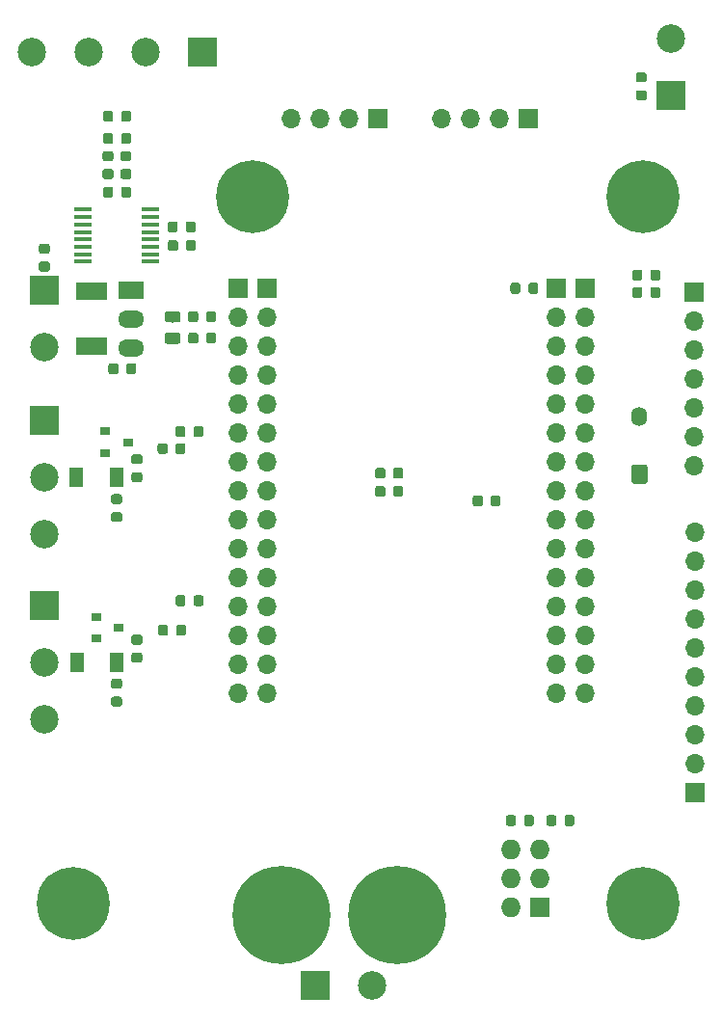
<source format=gbr>
G04 #@! TF.GenerationSoftware,KiCad,Pcbnew,(5.1.4)-1*
G04 #@! TF.CreationDate,2020-06-10T13:05:05+02:00*
G04 #@! TF.ProjectId,NodeMCU_WeatherStation,4e6f6465-4d43-4555-9f57-656174686572,rev?*
G04 #@! TF.SameCoordinates,Original*
G04 #@! TF.FileFunction,Soldermask,Bot*
G04 #@! TF.FilePolarity,Negative*
%FSLAX46Y46*%
G04 Gerber Fmt 4.6, Leading zero omitted, Abs format (unit mm)*
G04 Created by KiCad (PCBNEW (5.1.4)-1) date 2020-06-10 13:05:05*
%MOMM*%
%LPD*%
G04 APERTURE LIST*
%ADD10C,0.800000*%
%ADD11C,6.400000*%
%ADD12O,1.700000X1.700000*%
%ADD13R,1.700000X1.700000*%
%ADD14C,2.500000*%
%ADD15R,2.500000X2.500000*%
%ADD16C,0.100000*%
%ADD17C,0.875000*%
%ADD18O,2.300000X1.500000*%
%ADD19R,2.300000X1.500000*%
%ADD20R,2.700000X1.500000*%
%ADD21C,1.400000*%
%ADD22O,1.400000X1.700000*%
%ADD23C,0.975000*%
%ADD24O,1.727200X1.727200*%
%ADD25R,1.727200X1.727200*%
%ADD26R,0.900000X0.800000*%
%ADD27R,1.300000X1.700000*%
%ADD28R,1.500000X0.450000*%
%ADD29C,8.600000*%
%ADD30C,0.900000*%
G04 APERTURE END LIST*
D10*
X90427056Y-70302944D03*
X88730000Y-69600000D03*
X87032944Y-70302944D03*
X86330000Y-72000000D03*
X87032944Y-73697056D03*
X88730000Y-74400000D03*
X90427056Y-73697056D03*
X91130000Y-72000000D03*
D11*
X88730000Y-72000000D03*
D10*
X124697056Y-132302944D03*
X123000000Y-131600000D03*
X121302944Y-132302944D03*
X120600000Y-134000000D03*
X121302944Y-135697056D03*
X123000000Y-136400000D03*
X124697056Y-135697056D03*
X125400000Y-134000000D03*
D11*
X123000000Y-134000000D03*
D10*
X124697056Y-70302944D03*
X123000000Y-69600000D03*
X121302944Y-70302944D03*
X120600000Y-72000000D03*
X121302944Y-73697056D03*
X123000000Y-74400000D03*
X124697056Y-73697056D03*
X125400000Y-72000000D03*
D11*
X123000000Y-72000000D03*
D10*
X74697056Y-132302944D03*
X73000000Y-131600000D03*
X71302944Y-132302944D03*
X70600000Y-134000000D03*
X71302944Y-135697056D03*
X73000000Y-136400000D03*
X74697056Y-135697056D03*
X75400000Y-134000000D03*
D11*
X73000000Y-134000000D03*
D12*
X127592000Y-101437600D03*
X127592000Y-103977600D03*
X127592000Y-106517600D03*
X127592000Y-109057600D03*
X127592000Y-111597600D03*
X127592000Y-114137600D03*
X127592000Y-116677600D03*
X127592000Y-119217600D03*
X127592000Y-121757600D03*
D13*
X127592000Y-124297600D03*
D14*
X125458400Y-58083600D03*
D15*
X125458400Y-63083600D03*
D16*
G36*
X123145291Y-61046853D02*
G01*
X123166526Y-61050003D01*
X123187350Y-61055219D01*
X123207562Y-61062451D01*
X123226968Y-61071630D01*
X123245381Y-61082666D01*
X123262624Y-61095454D01*
X123278530Y-61109870D01*
X123292946Y-61125776D01*
X123305734Y-61143019D01*
X123316770Y-61161432D01*
X123325949Y-61180838D01*
X123333181Y-61201050D01*
X123338397Y-61221874D01*
X123341547Y-61243109D01*
X123342600Y-61264550D01*
X123342600Y-61702050D01*
X123341547Y-61723491D01*
X123338397Y-61744726D01*
X123333181Y-61765550D01*
X123325949Y-61785762D01*
X123316770Y-61805168D01*
X123305734Y-61823581D01*
X123292946Y-61840824D01*
X123278530Y-61856730D01*
X123262624Y-61871146D01*
X123245381Y-61883934D01*
X123226968Y-61894970D01*
X123207562Y-61904149D01*
X123187350Y-61911381D01*
X123166526Y-61916597D01*
X123145291Y-61919747D01*
X123123850Y-61920800D01*
X122611350Y-61920800D01*
X122589909Y-61919747D01*
X122568674Y-61916597D01*
X122547850Y-61911381D01*
X122527638Y-61904149D01*
X122508232Y-61894970D01*
X122489819Y-61883934D01*
X122472576Y-61871146D01*
X122456670Y-61856730D01*
X122442254Y-61840824D01*
X122429466Y-61823581D01*
X122418430Y-61805168D01*
X122409251Y-61785762D01*
X122402019Y-61765550D01*
X122396803Y-61744726D01*
X122393653Y-61723491D01*
X122392600Y-61702050D01*
X122392600Y-61264550D01*
X122393653Y-61243109D01*
X122396803Y-61221874D01*
X122402019Y-61201050D01*
X122409251Y-61180838D01*
X122418430Y-61161432D01*
X122429466Y-61143019D01*
X122442254Y-61125776D01*
X122456670Y-61109870D01*
X122472576Y-61095454D01*
X122489819Y-61082666D01*
X122508232Y-61071630D01*
X122527638Y-61062451D01*
X122547850Y-61055219D01*
X122568674Y-61050003D01*
X122589909Y-61046853D01*
X122611350Y-61045800D01*
X123123850Y-61045800D01*
X123145291Y-61046853D01*
X123145291Y-61046853D01*
G37*
D17*
X122867600Y-61483300D03*
D16*
G36*
X123145291Y-62621853D02*
G01*
X123166526Y-62625003D01*
X123187350Y-62630219D01*
X123207562Y-62637451D01*
X123226968Y-62646630D01*
X123245381Y-62657666D01*
X123262624Y-62670454D01*
X123278530Y-62684870D01*
X123292946Y-62700776D01*
X123305734Y-62718019D01*
X123316770Y-62736432D01*
X123325949Y-62755838D01*
X123333181Y-62776050D01*
X123338397Y-62796874D01*
X123341547Y-62818109D01*
X123342600Y-62839550D01*
X123342600Y-63277050D01*
X123341547Y-63298491D01*
X123338397Y-63319726D01*
X123333181Y-63340550D01*
X123325949Y-63360762D01*
X123316770Y-63380168D01*
X123305734Y-63398581D01*
X123292946Y-63415824D01*
X123278530Y-63431730D01*
X123262624Y-63446146D01*
X123245381Y-63458934D01*
X123226968Y-63469970D01*
X123207562Y-63479149D01*
X123187350Y-63486381D01*
X123166526Y-63491597D01*
X123145291Y-63494747D01*
X123123850Y-63495800D01*
X122611350Y-63495800D01*
X122589909Y-63494747D01*
X122568674Y-63491597D01*
X122547850Y-63486381D01*
X122527638Y-63479149D01*
X122508232Y-63469970D01*
X122489819Y-63458934D01*
X122472576Y-63446146D01*
X122456670Y-63431730D01*
X122442254Y-63415824D01*
X122429466Y-63398581D01*
X122418430Y-63380168D01*
X122409251Y-63360762D01*
X122402019Y-63340550D01*
X122396803Y-63319726D01*
X122393653Y-63298491D01*
X122392600Y-63277050D01*
X122392600Y-62839550D01*
X122393653Y-62818109D01*
X122396803Y-62796874D01*
X122402019Y-62776050D01*
X122409251Y-62755838D01*
X122418430Y-62736432D01*
X122429466Y-62718019D01*
X122442254Y-62700776D01*
X122456670Y-62684870D01*
X122472576Y-62670454D01*
X122489819Y-62657666D01*
X122508232Y-62646630D01*
X122527638Y-62637451D01*
X122547850Y-62630219D01*
X122568674Y-62625003D01*
X122589909Y-62621853D01*
X122611350Y-62620800D01*
X123123850Y-62620800D01*
X123145291Y-62621853D01*
X123145291Y-62621853D01*
G37*
D17*
X122867600Y-63058300D03*
D18*
X78062000Y-85283200D03*
X78062000Y-82743200D03*
D19*
X78062000Y-80203200D03*
D16*
G36*
X112058691Y-79526053D02*
G01*
X112079926Y-79529203D01*
X112100750Y-79534419D01*
X112120962Y-79541651D01*
X112140368Y-79550830D01*
X112158781Y-79561866D01*
X112176024Y-79574654D01*
X112191930Y-79589070D01*
X112206346Y-79604976D01*
X112219134Y-79622219D01*
X112230170Y-79640632D01*
X112239349Y-79660038D01*
X112246581Y-79680250D01*
X112251797Y-79701074D01*
X112254947Y-79722309D01*
X112256000Y-79743750D01*
X112256000Y-80256250D01*
X112254947Y-80277691D01*
X112251797Y-80298926D01*
X112246581Y-80319750D01*
X112239349Y-80339962D01*
X112230170Y-80359368D01*
X112219134Y-80377781D01*
X112206346Y-80395024D01*
X112191930Y-80410930D01*
X112176024Y-80425346D01*
X112158781Y-80438134D01*
X112140368Y-80449170D01*
X112120962Y-80458349D01*
X112100750Y-80465581D01*
X112079926Y-80470797D01*
X112058691Y-80473947D01*
X112037250Y-80475000D01*
X111599750Y-80475000D01*
X111578309Y-80473947D01*
X111557074Y-80470797D01*
X111536250Y-80465581D01*
X111516038Y-80458349D01*
X111496632Y-80449170D01*
X111478219Y-80438134D01*
X111460976Y-80425346D01*
X111445070Y-80410930D01*
X111430654Y-80395024D01*
X111417866Y-80377781D01*
X111406830Y-80359368D01*
X111397651Y-80339962D01*
X111390419Y-80319750D01*
X111385203Y-80298926D01*
X111382053Y-80277691D01*
X111381000Y-80256250D01*
X111381000Y-79743750D01*
X111382053Y-79722309D01*
X111385203Y-79701074D01*
X111390419Y-79680250D01*
X111397651Y-79660038D01*
X111406830Y-79640632D01*
X111417866Y-79622219D01*
X111430654Y-79604976D01*
X111445070Y-79589070D01*
X111460976Y-79574654D01*
X111478219Y-79561866D01*
X111496632Y-79550830D01*
X111516038Y-79541651D01*
X111536250Y-79534419D01*
X111557074Y-79529203D01*
X111578309Y-79526053D01*
X111599750Y-79525000D01*
X112037250Y-79525000D01*
X112058691Y-79526053D01*
X112058691Y-79526053D01*
G37*
D17*
X111818500Y-80000000D03*
D16*
G36*
X113633691Y-79526053D02*
G01*
X113654926Y-79529203D01*
X113675750Y-79534419D01*
X113695962Y-79541651D01*
X113715368Y-79550830D01*
X113733781Y-79561866D01*
X113751024Y-79574654D01*
X113766930Y-79589070D01*
X113781346Y-79604976D01*
X113794134Y-79622219D01*
X113805170Y-79640632D01*
X113814349Y-79660038D01*
X113821581Y-79680250D01*
X113826797Y-79701074D01*
X113829947Y-79722309D01*
X113831000Y-79743750D01*
X113831000Y-80256250D01*
X113829947Y-80277691D01*
X113826797Y-80298926D01*
X113821581Y-80319750D01*
X113814349Y-80339962D01*
X113805170Y-80359368D01*
X113794134Y-80377781D01*
X113781346Y-80395024D01*
X113766930Y-80410930D01*
X113751024Y-80425346D01*
X113733781Y-80438134D01*
X113715368Y-80449170D01*
X113695962Y-80458349D01*
X113675750Y-80465581D01*
X113654926Y-80470797D01*
X113633691Y-80473947D01*
X113612250Y-80475000D01*
X113174750Y-80475000D01*
X113153309Y-80473947D01*
X113132074Y-80470797D01*
X113111250Y-80465581D01*
X113091038Y-80458349D01*
X113071632Y-80449170D01*
X113053219Y-80438134D01*
X113035976Y-80425346D01*
X113020070Y-80410930D01*
X113005654Y-80395024D01*
X112992866Y-80377781D01*
X112981830Y-80359368D01*
X112972651Y-80339962D01*
X112965419Y-80319750D01*
X112960203Y-80298926D01*
X112957053Y-80277691D01*
X112956000Y-80256250D01*
X112956000Y-79743750D01*
X112957053Y-79722309D01*
X112960203Y-79701074D01*
X112965419Y-79680250D01*
X112972651Y-79660038D01*
X112981830Y-79640632D01*
X112992866Y-79622219D01*
X113005654Y-79604976D01*
X113020070Y-79589070D01*
X113035976Y-79574654D01*
X113053219Y-79561866D01*
X113071632Y-79550830D01*
X113091038Y-79541651D01*
X113111250Y-79534419D01*
X113132074Y-79529203D01*
X113153309Y-79526053D01*
X113174750Y-79525000D01*
X113612250Y-79525000D01*
X113633691Y-79526053D01*
X113633691Y-79526053D01*
G37*
D17*
X113393500Y-80000000D03*
D20*
X74607600Y-85092400D03*
X74607600Y-80292400D03*
D16*
G36*
X76752691Y-86587253D02*
G01*
X76773926Y-86590403D01*
X76794750Y-86595619D01*
X76814962Y-86602851D01*
X76834368Y-86612030D01*
X76852781Y-86623066D01*
X76870024Y-86635854D01*
X76885930Y-86650270D01*
X76900346Y-86666176D01*
X76913134Y-86683419D01*
X76924170Y-86701832D01*
X76933349Y-86721238D01*
X76940581Y-86741450D01*
X76945797Y-86762274D01*
X76948947Y-86783509D01*
X76950000Y-86804950D01*
X76950000Y-87317450D01*
X76948947Y-87338891D01*
X76945797Y-87360126D01*
X76940581Y-87380950D01*
X76933349Y-87401162D01*
X76924170Y-87420568D01*
X76913134Y-87438981D01*
X76900346Y-87456224D01*
X76885930Y-87472130D01*
X76870024Y-87486546D01*
X76852781Y-87499334D01*
X76834368Y-87510370D01*
X76814962Y-87519549D01*
X76794750Y-87526781D01*
X76773926Y-87531997D01*
X76752691Y-87535147D01*
X76731250Y-87536200D01*
X76293750Y-87536200D01*
X76272309Y-87535147D01*
X76251074Y-87531997D01*
X76230250Y-87526781D01*
X76210038Y-87519549D01*
X76190632Y-87510370D01*
X76172219Y-87499334D01*
X76154976Y-87486546D01*
X76139070Y-87472130D01*
X76124654Y-87456224D01*
X76111866Y-87438981D01*
X76100830Y-87420568D01*
X76091651Y-87401162D01*
X76084419Y-87380950D01*
X76079203Y-87360126D01*
X76076053Y-87338891D01*
X76075000Y-87317450D01*
X76075000Y-86804950D01*
X76076053Y-86783509D01*
X76079203Y-86762274D01*
X76084419Y-86741450D01*
X76091651Y-86721238D01*
X76100830Y-86701832D01*
X76111866Y-86683419D01*
X76124654Y-86666176D01*
X76139070Y-86650270D01*
X76154976Y-86635854D01*
X76172219Y-86623066D01*
X76190632Y-86612030D01*
X76210038Y-86602851D01*
X76230250Y-86595619D01*
X76251074Y-86590403D01*
X76272309Y-86587253D01*
X76293750Y-86586200D01*
X76731250Y-86586200D01*
X76752691Y-86587253D01*
X76752691Y-86587253D01*
G37*
D17*
X76512500Y-87061200D03*
D16*
G36*
X78327691Y-86587253D02*
G01*
X78348926Y-86590403D01*
X78369750Y-86595619D01*
X78389962Y-86602851D01*
X78409368Y-86612030D01*
X78427781Y-86623066D01*
X78445024Y-86635854D01*
X78460930Y-86650270D01*
X78475346Y-86666176D01*
X78488134Y-86683419D01*
X78499170Y-86701832D01*
X78508349Y-86721238D01*
X78515581Y-86741450D01*
X78520797Y-86762274D01*
X78523947Y-86783509D01*
X78525000Y-86804950D01*
X78525000Y-87317450D01*
X78523947Y-87338891D01*
X78520797Y-87360126D01*
X78515581Y-87380950D01*
X78508349Y-87401162D01*
X78499170Y-87420568D01*
X78488134Y-87438981D01*
X78475346Y-87456224D01*
X78460930Y-87472130D01*
X78445024Y-87486546D01*
X78427781Y-87499334D01*
X78409368Y-87510370D01*
X78389962Y-87519549D01*
X78369750Y-87526781D01*
X78348926Y-87531997D01*
X78327691Y-87535147D01*
X78306250Y-87536200D01*
X77868750Y-87536200D01*
X77847309Y-87535147D01*
X77826074Y-87531997D01*
X77805250Y-87526781D01*
X77785038Y-87519549D01*
X77765632Y-87510370D01*
X77747219Y-87499334D01*
X77729976Y-87486546D01*
X77714070Y-87472130D01*
X77699654Y-87456224D01*
X77686866Y-87438981D01*
X77675830Y-87420568D01*
X77666651Y-87401162D01*
X77659419Y-87380950D01*
X77654203Y-87360126D01*
X77651053Y-87338891D01*
X77650000Y-87317450D01*
X77650000Y-86804950D01*
X77651053Y-86783509D01*
X77654203Y-86762274D01*
X77659419Y-86741450D01*
X77666651Y-86721238D01*
X77675830Y-86701832D01*
X77686866Y-86683419D01*
X77699654Y-86666176D01*
X77714070Y-86650270D01*
X77729976Y-86635854D01*
X77747219Y-86623066D01*
X77765632Y-86612030D01*
X77785038Y-86602851D01*
X77805250Y-86595619D01*
X77826074Y-86590403D01*
X77847309Y-86587253D01*
X77868750Y-86586200D01*
X78306250Y-86586200D01*
X78327691Y-86587253D01*
X78327691Y-86587253D01*
G37*
D17*
X78087500Y-87061200D03*
D16*
G36*
X123190426Y-95458000D02*
G01*
X123214617Y-95461588D01*
X123238339Y-95467530D01*
X123261365Y-95475769D01*
X123283472Y-95486225D01*
X123304448Y-95498798D01*
X123324091Y-95513366D01*
X123342211Y-95529789D01*
X123358634Y-95547909D01*
X123373202Y-95567552D01*
X123385775Y-95588528D01*
X123396231Y-95610635D01*
X123404470Y-95633661D01*
X123410412Y-95657383D01*
X123414000Y-95681574D01*
X123415200Y-95706000D01*
X123415200Y-96907600D01*
X123414000Y-96932026D01*
X123410412Y-96956217D01*
X123404470Y-96979939D01*
X123396231Y-97002965D01*
X123385775Y-97025072D01*
X123373202Y-97046048D01*
X123358634Y-97065691D01*
X123342211Y-97083811D01*
X123324091Y-97100234D01*
X123304448Y-97114802D01*
X123283472Y-97127375D01*
X123261365Y-97137831D01*
X123238339Y-97146070D01*
X123214617Y-97152012D01*
X123190426Y-97155600D01*
X123166000Y-97156800D01*
X122264400Y-97156800D01*
X122239974Y-97155600D01*
X122215783Y-97152012D01*
X122192061Y-97146070D01*
X122169035Y-97137831D01*
X122146928Y-97127375D01*
X122125952Y-97114802D01*
X122106309Y-97100234D01*
X122088189Y-97083811D01*
X122071766Y-97065691D01*
X122057198Y-97046048D01*
X122044625Y-97025072D01*
X122034169Y-97002965D01*
X122025930Y-96979939D01*
X122019988Y-96956217D01*
X122016400Y-96932026D01*
X122015200Y-96907600D01*
X122015200Y-95706000D01*
X122016400Y-95681574D01*
X122019988Y-95657383D01*
X122025930Y-95633661D01*
X122034169Y-95610635D01*
X122044625Y-95588528D01*
X122057198Y-95567552D01*
X122071766Y-95547909D01*
X122088189Y-95529789D01*
X122106309Y-95513366D01*
X122125952Y-95498798D01*
X122146928Y-95486225D01*
X122169035Y-95475769D01*
X122192061Y-95467530D01*
X122215783Y-95461588D01*
X122239974Y-95458000D01*
X122264400Y-95456800D01*
X123166000Y-95456800D01*
X123190426Y-95458000D01*
X123190426Y-95458000D01*
G37*
D21*
X122715200Y-96306800D03*
D22*
X122715200Y-91226800D03*
D16*
G36*
X70719691Y-76083653D02*
G01*
X70740926Y-76086803D01*
X70761750Y-76092019D01*
X70781962Y-76099251D01*
X70801368Y-76108430D01*
X70819781Y-76119466D01*
X70837024Y-76132254D01*
X70852930Y-76146670D01*
X70867346Y-76162576D01*
X70880134Y-76179819D01*
X70891170Y-76198232D01*
X70900349Y-76217638D01*
X70907581Y-76237850D01*
X70912797Y-76258674D01*
X70915947Y-76279909D01*
X70917000Y-76301350D01*
X70917000Y-76738850D01*
X70915947Y-76760291D01*
X70912797Y-76781526D01*
X70907581Y-76802350D01*
X70900349Y-76822562D01*
X70891170Y-76841968D01*
X70880134Y-76860381D01*
X70867346Y-76877624D01*
X70852930Y-76893530D01*
X70837024Y-76907946D01*
X70819781Y-76920734D01*
X70801368Y-76931770D01*
X70781962Y-76940949D01*
X70761750Y-76948181D01*
X70740926Y-76953397D01*
X70719691Y-76956547D01*
X70698250Y-76957600D01*
X70185750Y-76957600D01*
X70164309Y-76956547D01*
X70143074Y-76953397D01*
X70122250Y-76948181D01*
X70102038Y-76940949D01*
X70082632Y-76931770D01*
X70064219Y-76920734D01*
X70046976Y-76907946D01*
X70031070Y-76893530D01*
X70016654Y-76877624D01*
X70003866Y-76860381D01*
X69992830Y-76841968D01*
X69983651Y-76822562D01*
X69976419Y-76802350D01*
X69971203Y-76781526D01*
X69968053Y-76760291D01*
X69967000Y-76738850D01*
X69967000Y-76301350D01*
X69968053Y-76279909D01*
X69971203Y-76258674D01*
X69976419Y-76237850D01*
X69983651Y-76217638D01*
X69992830Y-76198232D01*
X70003866Y-76179819D01*
X70016654Y-76162576D01*
X70031070Y-76146670D01*
X70046976Y-76132254D01*
X70064219Y-76119466D01*
X70082632Y-76108430D01*
X70102038Y-76099251D01*
X70122250Y-76092019D01*
X70143074Y-76086803D01*
X70164309Y-76083653D01*
X70185750Y-76082600D01*
X70698250Y-76082600D01*
X70719691Y-76083653D01*
X70719691Y-76083653D01*
G37*
D17*
X70442000Y-76520100D03*
D16*
G36*
X70719691Y-77658653D02*
G01*
X70740926Y-77661803D01*
X70761750Y-77667019D01*
X70781962Y-77674251D01*
X70801368Y-77683430D01*
X70819781Y-77694466D01*
X70837024Y-77707254D01*
X70852930Y-77721670D01*
X70867346Y-77737576D01*
X70880134Y-77754819D01*
X70891170Y-77773232D01*
X70900349Y-77792638D01*
X70907581Y-77812850D01*
X70912797Y-77833674D01*
X70915947Y-77854909D01*
X70917000Y-77876350D01*
X70917000Y-78313850D01*
X70915947Y-78335291D01*
X70912797Y-78356526D01*
X70907581Y-78377350D01*
X70900349Y-78397562D01*
X70891170Y-78416968D01*
X70880134Y-78435381D01*
X70867346Y-78452624D01*
X70852930Y-78468530D01*
X70837024Y-78482946D01*
X70819781Y-78495734D01*
X70801368Y-78506770D01*
X70781962Y-78515949D01*
X70761750Y-78523181D01*
X70740926Y-78528397D01*
X70719691Y-78531547D01*
X70698250Y-78532600D01*
X70185750Y-78532600D01*
X70164309Y-78531547D01*
X70143074Y-78528397D01*
X70122250Y-78523181D01*
X70102038Y-78515949D01*
X70082632Y-78506770D01*
X70064219Y-78495734D01*
X70046976Y-78482946D01*
X70031070Y-78468530D01*
X70016654Y-78452624D01*
X70003866Y-78435381D01*
X69992830Y-78416968D01*
X69983651Y-78397562D01*
X69976419Y-78377350D01*
X69971203Y-78356526D01*
X69968053Y-78335291D01*
X69967000Y-78313850D01*
X69967000Y-77876350D01*
X69968053Y-77854909D01*
X69971203Y-77833674D01*
X69976419Y-77812850D01*
X69983651Y-77792638D01*
X69992830Y-77773232D01*
X70003866Y-77754819D01*
X70016654Y-77737576D01*
X70031070Y-77721670D01*
X70046976Y-77707254D01*
X70064219Y-77694466D01*
X70082632Y-77683430D01*
X70102038Y-77674251D01*
X70122250Y-77667019D01*
X70143074Y-77661803D01*
X70164309Y-77658653D01*
X70185750Y-77657600D01*
X70698250Y-77657600D01*
X70719691Y-77658653D01*
X70719691Y-77658653D01*
G37*
D17*
X70442000Y-78095100D03*
D16*
G36*
X82199742Y-82030574D02*
G01*
X82223403Y-82034084D01*
X82246607Y-82039896D01*
X82269129Y-82047954D01*
X82290753Y-82058182D01*
X82311270Y-82070479D01*
X82330483Y-82084729D01*
X82348207Y-82100793D01*
X82364271Y-82118517D01*
X82378521Y-82137730D01*
X82390818Y-82158247D01*
X82401046Y-82179871D01*
X82409104Y-82202393D01*
X82414916Y-82225597D01*
X82418426Y-82249258D01*
X82419600Y-82273150D01*
X82419600Y-82760650D01*
X82418426Y-82784542D01*
X82414916Y-82808203D01*
X82409104Y-82831407D01*
X82401046Y-82853929D01*
X82390818Y-82875553D01*
X82378521Y-82896070D01*
X82364271Y-82915283D01*
X82348207Y-82933007D01*
X82330483Y-82949071D01*
X82311270Y-82963321D01*
X82290753Y-82975618D01*
X82269129Y-82985846D01*
X82246607Y-82993904D01*
X82223403Y-82999716D01*
X82199742Y-83003226D01*
X82175850Y-83004400D01*
X81263350Y-83004400D01*
X81239458Y-83003226D01*
X81215797Y-82999716D01*
X81192593Y-82993904D01*
X81170071Y-82985846D01*
X81148447Y-82975618D01*
X81127930Y-82963321D01*
X81108717Y-82949071D01*
X81090993Y-82933007D01*
X81074929Y-82915283D01*
X81060679Y-82896070D01*
X81048382Y-82875553D01*
X81038154Y-82853929D01*
X81030096Y-82831407D01*
X81024284Y-82808203D01*
X81020774Y-82784542D01*
X81019600Y-82760650D01*
X81019600Y-82273150D01*
X81020774Y-82249258D01*
X81024284Y-82225597D01*
X81030096Y-82202393D01*
X81038154Y-82179871D01*
X81048382Y-82158247D01*
X81060679Y-82137730D01*
X81074929Y-82118517D01*
X81090993Y-82100793D01*
X81108717Y-82084729D01*
X81127930Y-82070479D01*
X81148447Y-82058182D01*
X81170071Y-82047954D01*
X81192593Y-82039896D01*
X81215797Y-82034084D01*
X81239458Y-82030574D01*
X81263350Y-82029400D01*
X82175850Y-82029400D01*
X82199742Y-82030574D01*
X82199742Y-82030574D01*
G37*
D23*
X81719600Y-82516900D03*
D16*
G36*
X82199742Y-83905574D02*
G01*
X82223403Y-83909084D01*
X82246607Y-83914896D01*
X82269129Y-83922954D01*
X82290753Y-83933182D01*
X82311270Y-83945479D01*
X82330483Y-83959729D01*
X82348207Y-83975793D01*
X82364271Y-83993517D01*
X82378521Y-84012730D01*
X82390818Y-84033247D01*
X82401046Y-84054871D01*
X82409104Y-84077393D01*
X82414916Y-84100597D01*
X82418426Y-84124258D01*
X82419600Y-84148150D01*
X82419600Y-84635650D01*
X82418426Y-84659542D01*
X82414916Y-84683203D01*
X82409104Y-84706407D01*
X82401046Y-84728929D01*
X82390818Y-84750553D01*
X82378521Y-84771070D01*
X82364271Y-84790283D01*
X82348207Y-84808007D01*
X82330483Y-84824071D01*
X82311270Y-84838321D01*
X82290753Y-84850618D01*
X82269129Y-84860846D01*
X82246607Y-84868904D01*
X82223403Y-84874716D01*
X82199742Y-84878226D01*
X82175850Y-84879400D01*
X81263350Y-84879400D01*
X81239458Y-84878226D01*
X81215797Y-84874716D01*
X81192593Y-84868904D01*
X81170071Y-84860846D01*
X81148447Y-84850618D01*
X81127930Y-84838321D01*
X81108717Y-84824071D01*
X81090993Y-84808007D01*
X81074929Y-84790283D01*
X81060679Y-84771070D01*
X81048382Y-84750553D01*
X81038154Y-84728929D01*
X81030096Y-84706407D01*
X81024284Y-84683203D01*
X81020774Y-84659542D01*
X81019600Y-84635650D01*
X81019600Y-84148150D01*
X81020774Y-84124258D01*
X81024284Y-84100597D01*
X81030096Y-84077393D01*
X81038154Y-84054871D01*
X81048382Y-84033247D01*
X81060679Y-84012730D01*
X81074929Y-83993517D01*
X81090993Y-83975793D01*
X81108717Y-83959729D01*
X81127930Y-83945479D01*
X81148447Y-83933182D01*
X81170071Y-83922954D01*
X81192593Y-83914896D01*
X81215797Y-83909084D01*
X81239458Y-83905574D01*
X81263350Y-83904400D01*
X82175850Y-83904400D01*
X82199742Y-83905574D01*
X82199742Y-83905574D01*
G37*
D23*
X81719600Y-84391900D03*
D16*
G36*
X85338091Y-82015253D02*
G01*
X85359326Y-82018403D01*
X85380150Y-82023619D01*
X85400362Y-82030851D01*
X85419768Y-82040030D01*
X85438181Y-82051066D01*
X85455424Y-82063854D01*
X85471330Y-82078270D01*
X85485746Y-82094176D01*
X85498534Y-82111419D01*
X85509570Y-82129832D01*
X85518749Y-82149238D01*
X85525981Y-82169450D01*
X85531197Y-82190274D01*
X85534347Y-82211509D01*
X85535400Y-82232950D01*
X85535400Y-82745450D01*
X85534347Y-82766891D01*
X85531197Y-82788126D01*
X85525981Y-82808950D01*
X85518749Y-82829162D01*
X85509570Y-82848568D01*
X85498534Y-82866981D01*
X85485746Y-82884224D01*
X85471330Y-82900130D01*
X85455424Y-82914546D01*
X85438181Y-82927334D01*
X85419768Y-82938370D01*
X85400362Y-82947549D01*
X85380150Y-82954781D01*
X85359326Y-82959997D01*
X85338091Y-82963147D01*
X85316650Y-82964200D01*
X84879150Y-82964200D01*
X84857709Y-82963147D01*
X84836474Y-82959997D01*
X84815650Y-82954781D01*
X84795438Y-82947549D01*
X84776032Y-82938370D01*
X84757619Y-82927334D01*
X84740376Y-82914546D01*
X84724470Y-82900130D01*
X84710054Y-82884224D01*
X84697266Y-82866981D01*
X84686230Y-82848568D01*
X84677051Y-82829162D01*
X84669819Y-82808950D01*
X84664603Y-82788126D01*
X84661453Y-82766891D01*
X84660400Y-82745450D01*
X84660400Y-82232950D01*
X84661453Y-82211509D01*
X84664603Y-82190274D01*
X84669819Y-82169450D01*
X84677051Y-82149238D01*
X84686230Y-82129832D01*
X84697266Y-82111419D01*
X84710054Y-82094176D01*
X84724470Y-82078270D01*
X84740376Y-82063854D01*
X84757619Y-82051066D01*
X84776032Y-82040030D01*
X84795438Y-82030851D01*
X84815650Y-82023619D01*
X84836474Y-82018403D01*
X84857709Y-82015253D01*
X84879150Y-82014200D01*
X85316650Y-82014200D01*
X85338091Y-82015253D01*
X85338091Y-82015253D01*
G37*
D17*
X85097900Y-82489200D03*
D16*
G36*
X83763091Y-82015253D02*
G01*
X83784326Y-82018403D01*
X83805150Y-82023619D01*
X83825362Y-82030851D01*
X83844768Y-82040030D01*
X83863181Y-82051066D01*
X83880424Y-82063854D01*
X83896330Y-82078270D01*
X83910746Y-82094176D01*
X83923534Y-82111419D01*
X83934570Y-82129832D01*
X83943749Y-82149238D01*
X83950981Y-82169450D01*
X83956197Y-82190274D01*
X83959347Y-82211509D01*
X83960400Y-82232950D01*
X83960400Y-82745450D01*
X83959347Y-82766891D01*
X83956197Y-82788126D01*
X83950981Y-82808950D01*
X83943749Y-82829162D01*
X83934570Y-82848568D01*
X83923534Y-82866981D01*
X83910746Y-82884224D01*
X83896330Y-82900130D01*
X83880424Y-82914546D01*
X83863181Y-82927334D01*
X83844768Y-82938370D01*
X83825362Y-82947549D01*
X83805150Y-82954781D01*
X83784326Y-82959997D01*
X83763091Y-82963147D01*
X83741650Y-82964200D01*
X83304150Y-82964200D01*
X83282709Y-82963147D01*
X83261474Y-82959997D01*
X83240650Y-82954781D01*
X83220438Y-82947549D01*
X83201032Y-82938370D01*
X83182619Y-82927334D01*
X83165376Y-82914546D01*
X83149470Y-82900130D01*
X83135054Y-82884224D01*
X83122266Y-82866981D01*
X83111230Y-82848568D01*
X83102051Y-82829162D01*
X83094819Y-82808950D01*
X83089603Y-82788126D01*
X83086453Y-82766891D01*
X83085400Y-82745450D01*
X83085400Y-82232950D01*
X83086453Y-82211509D01*
X83089603Y-82190274D01*
X83094819Y-82169450D01*
X83102051Y-82149238D01*
X83111230Y-82129832D01*
X83122266Y-82111419D01*
X83135054Y-82094176D01*
X83149470Y-82078270D01*
X83165376Y-82063854D01*
X83182619Y-82051066D01*
X83201032Y-82040030D01*
X83220438Y-82030851D01*
X83240650Y-82023619D01*
X83261474Y-82018403D01*
X83282709Y-82015253D01*
X83304150Y-82014200D01*
X83741650Y-82014200D01*
X83763091Y-82015253D01*
X83763091Y-82015253D01*
G37*
D17*
X83522900Y-82489200D03*
D16*
G36*
X85338091Y-83894853D02*
G01*
X85359326Y-83898003D01*
X85380150Y-83903219D01*
X85400362Y-83910451D01*
X85419768Y-83919630D01*
X85438181Y-83930666D01*
X85455424Y-83943454D01*
X85471330Y-83957870D01*
X85485746Y-83973776D01*
X85498534Y-83991019D01*
X85509570Y-84009432D01*
X85518749Y-84028838D01*
X85525981Y-84049050D01*
X85531197Y-84069874D01*
X85534347Y-84091109D01*
X85535400Y-84112550D01*
X85535400Y-84625050D01*
X85534347Y-84646491D01*
X85531197Y-84667726D01*
X85525981Y-84688550D01*
X85518749Y-84708762D01*
X85509570Y-84728168D01*
X85498534Y-84746581D01*
X85485746Y-84763824D01*
X85471330Y-84779730D01*
X85455424Y-84794146D01*
X85438181Y-84806934D01*
X85419768Y-84817970D01*
X85400362Y-84827149D01*
X85380150Y-84834381D01*
X85359326Y-84839597D01*
X85338091Y-84842747D01*
X85316650Y-84843800D01*
X84879150Y-84843800D01*
X84857709Y-84842747D01*
X84836474Y-84839597D01*
X84815650Y-84834381D01*
X84795438Y-84827149D01*
X84776032Y-84817970D01*
X84757619Y-84806934D01*
X84740376Y-84794146D01*
X84724470Y-84779730D01*
X84710054Y-84763824D01*
X84697266Y-84746581D01*
X84686230Y-84728168D01*
X84677051Y-84708762D01*
X84669819Y-84688550D01*
X84664603Y-84667726D01*
X84661453Y-84646491D01*
X84660400Y-84625050D01*
X84660400Y-84112550D01*
X84661453Y-84091109D01*
X84664603Y-84069874D01*
X84669819Y-84049050D01*
X84677051Y-84028838D01*
X84686230Y-84009432D01*
X84697266Y-83991019D01*
X84710054Y-83973776D01*
X84724470Y-83957870D01*
X84740376Y-83943454D01*
X84757619Y-83930666D01*
X84776032Y-83919630D01*
X84795438Y-83910451D01*
X84815650Y-83903219D01*
X84836474Y-83898003D01*
X84857709Y-83894853D01*
X84879150Y-83893800D01*
X85316650Y-83893800D01*
X85338091Y-83894853D01*
X85338091Y-83894853D01*
G37*
D17*
X85097900Y-84368800D03*
D16*
G36*
X83763091Y-83894853D02*
G01*
X83784326Y-83898003D01*
X83805150Y-83903219D01*
X83825362Y-83910451D01*
X83844768Y-83919630D01*
X83863181Y-83930666D01*
X83880424Y-83943454D01*
X83896330Y-83957870D01*
X83910746Y-83973776D01*
X83923534Y-83991019D01*
X83934570Y-84009432D01*
X83943749Y-84028838D01*
X83950981Y-84049050D01*
X83956197Y-84069874D01*
X83959347Y-84091109D01*
X83960400Y-84112550D01*
X83960400Y-84625050D01*
X83959347Y-84646491D01*
X83956197Y-84667726D01*
X83950981Y-84688550D01*
X83943749Y-84708762D01*
X83934570Y-84728168D01*
X83923534Y-84746581D01*
X83910746Y-84763824D01*
X83896330Y-84779730D01*
X83880424Y-84794146D01*
X83863181Y-84806934D01*
X83844768Y-84817970D01*
X83825362Y-84827149D01*
X83805150Y-84834381D01*
X83784326Y-84839597D01*
X83763091Y-84842747D01*
X83741650Y-84843800D01*
X83304150Y-84843800D01*
X83282709Y-84842747D01*
X83261474Y-84839597D01*
X83240650Y-84834381D01*
X83220438Y-84827149D01*
X83201032Y-84817970D01*
X83182619Y-84806934D01*
X83165376Y-84794146D01*
X83149470Y-84779730D01*
X83135054Y-84763824D01*
X83122266Y-84746581D01*
X83111230Y-84728168D01*
X83102051Y-84708762D01*
X83094819Y-84688550D01*
X83089603Y-84667726D01*
X83086453Y-84646491D01*
X83085400Y-84625050D01*
X83085400Y-84112550D01*
X83086453Y-84091109D01*
X83089603Y-84069874D01*
X83094819Y-84049050D01*
X83102051Y-84028838D01*
X83111230Y-84009432D01*
X83122266Y-83991019D01*
X83135054Y-83973776D01*
X83149470Y-83957870D01*
X83165376Y-83943454D01*
X83182619Y-83930666D01*
X83201032Y-83919630D01*
X83220438Y-83910451D01*
X83240650Y-83903219D01*
X83261474Y-83898003D01*
X83282709Y-83894853D01*
X83304150Y-83893800D01*
X83741650Y-83893800D01*
X83763091Y-83894853D01*
X83763091Y-83894853D01*
G37*
D17*
X83522900Y-84368800D03*
D14*
X99267200Y-141214000D03*
D15*
X94267200Y-141214000D03*
D24*
X111463000Y-129276000D03*
X114003000Y-129276000D03*
X111463000Y-131816000D03*
X114003000Y-131816000D03*
X111463000Y-134356000D03*
D25*
X114003000Y-134356000D03*
D26*
X76979200Y-109819600D03*
X74979200Y-108869600D03*
X74979200Y-110769600D03*
X77792000Y-93512800D03*
X75792000Y-92562800D03*
X75792000Y-94462800D03*
D16*
G36*
X84220491Y-106958053D02*
G01*
X84241726Y-106961203D01*
X84262550Y-106966419D01*
X84282762Y-106973651D01*
X84302168Y-106982830D01*
X84320581Y-106993866D01*
X84337824Y-107006654D01*
X84353730Y-107021070D01*
X84368146Y-107036976D01*
X84380934Y-107054219D01*
X84391970Y-107072632D01*
X84401149Y-107092038D01*
X84408381Y-107112250D01*
X84413597Y-107133074D01*
X84416747Y-107154309D01*
X84417800Y-107175750D01*
X84417800Y-107688250D01*
X84416747Y-107709691D01*
X84413597Y-107730926D01*
X84408381Y-107751750D01*
X84401149Y-107771962D01*
X84391970Y-107791368D01*
X84380934Y-107809781D01*
X84368146Y-107827024D01*
X84353730Y-107842930D01*
X84337824Y-107857346D01*
X84320581Y-107870134D01*
X84302168Y-107881170D01*
X84282762Y-107890349D01*
X84262550Y-107897581D01*
X84241726Y-107902797D01*
X84220491Y-107905947D01*
X84199050Y-107907000D01*
X83761550Y-107907000D01*
X83740109Y-107905947D01*
X83718874Y-107902797D01*
X83698050Y-107897581D01*
X83677838Y-107890349D01*
X83658432Y-107881170D01*
X83640019Y-107870134D01*
X83622776Y-107857346D01*
X83606870Y-107842930D01*
X83592454Y-107827024D01*
X83579666Y-107809781D01*
X83568630Y-107791368D01*
X83559451Y-107771962D01*
X83552219Y-107751750D01*
X83547003Y-107730926D01*
X83543853Y-107709691D01*
X83542800Y-107688250D01*
X83542800Y-107175750D01*
X83543853Y-107154309D01*
X83547003Y-107133074D01*
X83552219Y-107112250D01*
X83559451Y-107092038D01*
X83568630Y-107072632D01*
X83579666Y-107054219D01*
X83592454Y-107036976D01*
X83606870Y-107021070D01*
X83622776Y-107006654D01*
X83640019Y-106993866D01*
X83658432Y-106982830D01*
X83677838Y-106973651D01*
X83698050Y-106966419D01*
X83718874Y-106961203D01*
X83740109Y-106958053D01*
X83761550Y-106957000D01*
X84199050Y-106957000D01*
X84220491Y-106958053D01*
X84220491Y-106958053D01*
G37*
D17*
X83980300Y-107432000D03*
D16*
G36*
X82645491Y-106958053D02*
G01*
X82666726Y-106961203D01*
X82687550Y-106966419D01*
X82707762Y-106973651D01*
X82727168Y-106982830D01*
X82745581Y-106993866D01*
X82762824Y-107006654D01*
X82778730Y-107021070D01*
X82793146Y-107036976D01*
X82805934Y-107054219D01*
X82816970Y-107072632D01*
X82826149Y-107092038D01*
X82833381Y-107112250D01*
X82838597Y-107133074D01*
X82841747Y-107154309D01*
X82842800Y-107175750D01*
X82842800Y-107688250D01*
X82841747Y-107709691D01*
X82838597Y-107730926D01*
X82833381Y-107751750D01*
X82826149Y-107771962D01*
X82816970Y-107791368D01*
X82805934Y-107809781D01*
X82793146Y-107827024D01*
X82778730Y-107842930D01*
X82762824Y-107857346D01*
X82745581Y-107870134D01*
X82727168Y-107881170D01*
X82707762Y-107890349D01*
X82687550Y-107897581D01*
X82666726Y-107902797D01*
X82645491Y-107905947D01*
X82624050Y-107907000D01*
X82186550Y-107907000D01*
X82165109Y-107905947D01*
X82143874Y-107902797D01*
X82123050Y-107897581D01*
X82102838Y-107890349D01*
X82083432Y-107881170D01*
X82065019Y-107870134D01*
X82047776Y-107857346D01*
X82031870Y-107842930D01*
X82017454Y-107827024D01*
X82004666Y-107809781D01*
X81993630Y-107791368D01*
X81984451Y-107771962D01*
X81977219Y-107751750D01*
X81972003Y-107730926D01*
X81968853Y-107709691D01*
X81967800Y-107688250D01*
X81967800Y-107175750D01*
X81968853Y-107154309D01*
X81972003Y-107133074D01*
X81977219Y-107112250D01*
X81984451Y-107092038D01*
X81993630Y-107072632D01*
X82004666Y-107054219D01*
X82017454Y-107036976D01*
X82031870Y-107021070D01*
X82047776Y-107006654D01*
X82065019Y-106993866D01*
X82083432Y-106982830D01*
X82102838Y-106973651D01*
X82123050Y-106966419D01*
X82143874Y-106961203D01*
X82165109Y-106958053D01*
X82186550Y-106957000D01*
X82624050Y-106957000D01*
X82645491Y-106958053D01*
X82645491Y-106958053D01*
G37*
D17*
X82405300Y-107432000D03*
D16*
G36*
X84220491Y-92124453D02*
G01*
X84241726Y-92127603D01*
X84262550Y-92132819D01*
X84282762Y-92140051D01*
X84302168Y-92149230D01*
X84320581Y-92160266D01*
X84337824Y-92173054D01*
X84353730Y-92187470D01*
X84368146Y-92203376D01*
X84380934Y-92220619D01*
X84391970Y-92239032D01*
X84401149Y-92258438D01*
X84408381Y-92278650D01*
X84413597Y-92299474D01*
X84416747Y-92320709D01*
X84417800Y-92342150D01*
X84417800Y-92854650D01*
X84416747Y-92876091D01*
X84413597Y-92897326D01*
X84408381Y-92918150D01*
X84401149Y-92938362D01*
X84391970Y-92957768D01*
X84380934Y-92976181D01*
X84368146Y-92993424D01*
X84353730Y-93009330D01*
X84337824Y-93023746D01*
X84320581Y-93036534D01*
X84302168Y-93047570D01*
X84282762Y-93056749D01*
X84262550Y-93063981D01*
X84241726Y-93069197D01*
X84220491Y-93072347D01*
X84199050Y-93073400D01*
X83761550Y-93073400D01*
X83740109Y-93072347D01*
X83718874Y-93069197D01*
X83698050Y-93063981D01*
X83677838Y-93056749D01*
X83658432Y-93047570D01*
X83640019Y-93036534D01*
X83622776Y-93023746D01*
X83606870Y-93009330D01*
X83592454Y-92993424D01*
X83579666Y-92976181D01*
X83568630Y-92957768D01*
X83559451Y-92938362D01*
X83552219Y-92918150D01*
X83547003Y-92897326D01*
X83543853Y-92876091D01*
X83542800Y-92854650D01*
X83542800Y-92342150D01*
X83543853Y-92320709D01*
X83547003Y-92299474D01*
X83552219Y-92278650D01*
X83559451Y-92258438D01*
X83568630Y-92239032D01*
X83579666Y-92220619D01*
X83592454Y-92203376D01*
X83606870Y-92187470D01*
X83622776Y-92173054D01*
X83640019Y-92160266D01*
X83658432Y-92149230D01*
X83677838Y-92140051D01*
X83698050Y-92132819D01*
X83718874Y-92127603D01*
X83740109Y-92124453D01*
X83761550Y-92123400D01*
X84199050Y-92123400D01*
X84220491Y-92124453D01*
X84220491Y-92124453D01*
G37*
D17*
X83980300Y-92598400D03*
D16*
G36*
X82645491Y-92124453D02*
G01*
X82666726Y-92127603D01*
X82687550Y-92132819D01*
X82707762Y-92140051D01*
X82727168Y-92149230D01*
X82745581Y-92160266D01*
X82762824Y-92173054D01*
X82778730Y-92187470D01*
X82793146Y-92203376D01*
X82805934Y-92220619D01*
X82816970Y-92239032D01*
X82826149Y-92258438D01*
X82833381Y-92278650D01*
X82838597Y-92299474D01*
X82841747Y-92320709D01*
X82842800Y-92342150D01*
X82842800Y-92854650D01*
X82841747Y-92876091D01*
X82838597Y-92897326D01*
X82833381Y-92918150D01*
X82826149Y-92938362D01*
X82816970Y-92957768D01*
X82805934Y-92976181D01*
X82793146Y-92993424D01*
X82778730Y-93009330D01*
X82762824Y-93023746D01*
X82745581Y-93036534D01*
X82727168Y-93047570D01*
X82707762Y-93056749D01*
X82687550Y-93063981D01*
X82666726Y-93069197D01*
X82645491Y-93072347D01*
X82624050Y-93073400D01*
X82186550Y-93073400D01*
X82165109Y-93072347D01*
X82143874Y-93069197D01*
X82123050Y-93063981D01*
X82102838Y-93056749D01*
X82083432Y-93047570D01*
X82065019Y-93036534D01*
X82047776Y-93023746D01*
X82031870Y-93009330D01*
X82017454Y-92993424D01*
X82004666Y-92976181D01*
X81993630Y-92957768D01*
X81984451Y-92938362D01*
X81977219Y-92918150D01*
X81972003Y-92897326D01*
X81968853Y-92876091D01*
X81967800Y-92854650D01*
X81967800Y-92342150D01*
X81968853Y-92320709D01*
X81972003Y-92299474D01*
X81977219Y-92278650D01*
X81984451Y-92258438D01*
X81993630Y-92239032D01*
X82004666Y-92220619D01*
X82017454Y-92203376D01*
X82031870Y-92187470D01*
X82047776Y-92173054D01*
X82065019Y-92160266D01*
X82083432Y-92149230D01*
X82102838Y-92140051D01*
X82123050Y-92132819D01*
X82143874Y-92127603D01*
X82165109Y-92124453D01*
X82186550Y-92123400D01*
X82624050Y-92123400D01*
X82645491Y-92124453D01*
X82645491Y-92124453D01*
G37*
D17*
X82405300Y-92598400D03*
D16*
G36*
X81121491Y-109548853D02*
G01*
X81142726Y-109552003D01*
X81163550Y-109557219D01*
X81183762Y-109564451D01*
X81203168Y-109573630D01*
X81221581Y-109584666D01*
X81238824Y-109597454D01*
X81254730Y-109611870D01*
X81269146Y-109627776D01*
X81281934Y-109645019D01*
X81292970Y-109663432D01*
X81302149Y-109682838D01*
X81309381Y-109703050D01*
X81314597Y-109723874D01*
X81317747Y-109745109D01*
X81318800Y-109766550D01*
X81318800Y-110279050D01*
X81317747Y-110300491D01*
X81314597Y-110321726D01*
X81309381Y-110342550D01*
X81302149Y-110362762D01*
X81292970Y-110382168D01*
X81281934Y-110400581D01*
X81269146Y-110417824D01*
X81254730Y-110433730D01*
X81238824Y-110448146D01*
X81221581Y-110460934D01*
X81203168Y-110471970D01*
X81183762Y-110481149D01*
X81163550Y-110488381D01*
X81142726Y-110493597D01*
X81121491Y-110496747D01*
X81100050Y-110497800D01*
X80662550Y-110497800D01*
X80641109Y-110496747D01*
X80619874Y-110493597D01*
X80599050Y-110488381D01*
X80578838Y-110481149D01*
X80559432Y-110471970D01*
X80541019Y-110460934D01*
X80523776Y-110448146D01*
X80507870Y-110433730D01*
X80493454Y-110417824D01*
X80480666Y-110400581D01*
X80469630Y-110382168D01*
X80460451Y-110362762D01*
X80453219Y-110342550D01*
X80448003Y-110321726D01*
X80444853Y-110300491D01*
X80443800Y-110279050D01*
X80443800Y-109766550D01*
X80444853Y-109745109D01*
X80448003Y-109723874D01*
X80453219Y-109703050D01*
X80460451Y-109682838D01*
X80469630Y-109663432D01*
X80480666Y-109645019D01*
X80493454Y-109627776D01*
X80507870Y-109611870D01*
X80523776Y-109597454D01*
X80541019Y-109584666D01*
X80559432Y-109573630D01*
X80578838Y-109564451D01*
X80599050Y-109557219D01*
X80619874Y-109552003D01*
X80641109Y-109548853D01*
X80662550Y-109547800D01*
X81100050Y-109547800D01*
X81121491Y-109548853D01*
X81121491Y-109548853D01*
G37*
D17*
X80881300Y-110022800D03*
D16*
G36*
X82696491Y-109548853D02*
G01*
X82717726Y-109552003D01*
X82738550Y-109557219D01*
X82758762Y-109564451D01*
X82778168Y-109573630D01*
X82796581Y-109584666D01*
X82813824Y-109597454D01*
X82829730Y-109611870D01*
X82844146Y-109627776D01*
X82856934Y-109645019D01*
X82867970Y-109663432D01*
X82877149Y-109682838D01*
X82884381Y-109703050D01*
X82889597Y-109723874D01*
X82892747Y-109745109D01*
X82893800Y-109766550D01*
X82893800Y-110279050D01*
X82892747Y-110300491D01*
X82889597Y-110321726D01*
X82884381Y-110342550D01*
X82877149Y-110362762D01*
X82867970Y-110382168D01*
X82856934Y-110400581D01*
X82844146Y-110417824D01*
X82829730Y-110433730D01*
X82813824Y-110448146D01*
X82796581Y-110460934D01*
X82778168Y-110471970D01*
X82758762Y-110481149D01*
X82738550Y-110488381D01*
X82717726Y-110493597D01*
X82696491Y-110496747D01*
X82675050Y-110497800D01*
X82237550Y-110497800D01*
X82216109Y-110496747D01*
X82194874Y-110493597D01*
X82174050Y-110488381D01*
X82153838Y-110481149D01*
X82134432Y-110471970D01*
X82116019Y-110460934D01*
X82098776Y-110448146D01*
X82082870Y-110433730D01*
X82068454Y-110417824D01*
X82055666Y-110400581D01*
X82044630Y-110382168D01*
X82035451Y-110362762D01*
X82028219Y-110342550D01*
X82023003Y-110321726D01*
X82019853Y-110300491D01*
X82018800Y-110279050D01*
X82018800Y-109766550D01*
X82019853Y-109745109D01*
X82023003Y-109723874D01*
X82028219Y-109703050D01*
X82035451Y-109682838D01*
X82044630Y-109663432D01*
X82055666Y-109645019D01*
X82068454Y-109627776D01*
X82082870Y-109611870D01*
X82098776Y-109597454D01*
X82116019Y-109584666D01*
X82134432Y-109573630D01*
X82153838Y-109564451D01*
X82174050Y-109557219D01*
X82194874Y-109552003D01*
X82216109Y-109548853D01*
X82237550Y-109547800D01*
X82675050Y-109547800D01*
X82696491Y-109548853D01*
X82696491Y-109548853D01*
G37*
D17*
X82456300Y-110022800D03*
D16*
G36*
X78847691Y-110424453D02*
G01*
X78868926Y-110427603D01*
X78889750Y-110432819D01*
X78909962Y-110440051D01*
X78929368Y-110449230D01*
X78947781Y-110460266D01*
X78965024Y-110473054D01*
X78980930Y-110487470D01*
X78995346Y-110503376D01*
X79008134Y-110520619D01*
X79019170Y-110539032D01*
X79028349Y-110558438D01*
X79035581Y-110578650D01*
X79040797Y-110599474D01*
X79043947Y-110620709D01*
X79045000Y-110642150D01*
X79045000Y-111079650D01*
X79043947Y-111101091D01*
X79040797Y-111122326D01*
X79035581Y-111143150D01*
X79028349Y-111163362D01*
X79019170Y-111182768D01*
X79008134Y-111201181D01*
X78995346Y-111218424D01*
X78980930Y-111234330D01*
X78965024Y-111248746D01*
X78947781Y-111261534D01*
X78929368Y-111272570D01*
X78909962Y-111281749D01*
X78889750Y-111288981D01*
X78868926Y-111294197D01*
X78847691Y-111297347D01*
X78826250Y-111298400D01*
X78313750Y-111298400D01*
X78292309Y-111297347D01*
X78271074Y-111294197D01*
X78250250Y-111288981D01*
X78230038Y-111281749D01*
X78210632Y-111272570D01*
X78192219Y-111261534D01*
X78174976Y-111248746D01*
X78159070Y-111234330D01*
X78144654Y-111218424D01*
X78131866Y-111201181D01*
X78120830Y-111182768D01*
X78111651Y-111163362D01*
X78104419Y-111143150D01*
X78099203Y-111122326D01*
X78096053Y-111101091D01*
X78095000Y-111079650D01*
X78095000Y-110642150D01*
X78096053Y-110620709D01*
X78099203Y-110599474D01*
X78104419Y-110578650D01*
X78111651Y-110558438D01*
X78120830Y-110539032D01*
X78131866Y-110520619D01*
X78144654Y-110503376D01*
X78159070Y-110487470D01*
X78174976Y-110473054D01*
X78192219Y-110460266D01*
X78210632Y-110449230D01*
X78230038Y-110440051D01*
X78250250Y-110432819D01*
X78271074Y-110427603D01*
X78292309Y-110424453D01*
X78313750Y-110423400D01*
X78826250Y-110423400D01*
X78847691Y-110424453D01*
X78847691Y-110424453D01*
G37*
D17*
X78570000Y-110860900D03*
D16*
G36*
X78847691Y-111999453D02*
G01*
X78868926Y-112002603D01*
X78889750Y-112007819D01*
X78909962Y-112015051D01*
X78929368Y-112024230D01*
X78947781Y-112035266D01*
X78965024Y-112048054D01*
X78980930Y-112062470D01*
X78995346Y-112078376D01*
X79008134Y-112095619D01*
X79019170Y-112114032D01*
X79028349Y-112133438D01*
X79035581Y-112153650D01*
X79040797Y-112174474D01*
X79043947Y-112195709D01*
X79045000Y-112217150D01*
X79045000Y-112654650D01*
X79043947Y-112676091D01*
X79040797Y-112697326D01*
X79035581Y-112718150D01*
X79028349Y-112738362D01*
X79019170Y-112757768D01*
X79008134Y-112776181D01*
X78995346Y-112793424D01*
X78980930Y-112809330D01*
X78965024Y-112823746D01*
X78947781Y-112836534D01*
X78929368Y-112847570D01*
X78909962Y-112856749D01*
X78889750Y-112863981D01*
X78868926Y-112869197D01*
X78847691Y-112872347D01*
X78826250Y-112873400D01*
X78313750Y-112873400D01*
X78292309Y-112872347D01*
X78271074Y-112869197D01*
X78250250Y-112863981D01*
X78230038Y-112856749D01*
X78210632Y-112847570D01*
X78192219Y-112836534D01*
X78174976Y-112823746D01*
X78159070Y-112809330D01*
X78144654Y-112793424D01*
X78131866Y-112776181D01*
X78120830Y-112757768D01*
X78111651Y-112738362D01*
X78104419Y-112718150D01*
X78099203Y-112697326D01*
X78096053Y-112676091D01*
X78095000Y-112654650D01*
X78095000Y-112217150D01*
X78096053Y-112195709D01*
X78099203Y-112174474D01*
X78104419Y-112153650D01*
X78111651Y-112133438D01*
X78120830Y-112114032D01*
X78131866Y-112095619D01*
X78144654Y-112078376D01*
X78159070Y-112062470D01*
X78174976Y-112048054D01*
X78192219Y-112035266D01*
X78210632Y-112024230D01*
X78230038Y-112015051D01*
X78250250Y-112007819D01*
X78271074Y-112002603D01*
X78292309Y-111999453D01*
X78313750Y-111998400D01*
X78826250Y-111998400D01*
X78847691Y-111999453D01*
X78847691Y-111999453D01*
G37*
D17*
X78570000Y-112435900D03*
D16*
G36*
X77069691Y-115860253D02*
G01*
X77090926Y-115863403D01*
X77111750Y-115868619D01*
X77131962Y-115875851D01*
X77151368Y-115885030D01*
X77169781Y-115896066D01*
X77187024Y-115908854D01*
X77202930Y-115923270D01*
X77217346Y-115939176D01*
X77230134Y-115956419D01*
X77241170Y-115974832D01*
X77250349Y-115994238D01*
X77257581Y-116014450D01*
X77262797Y-116035274D01*
X77265947Y-116056509D01*
X77267000Y-116077950D01*
X77267000Y-116515450D01*
X77265947Y-116536891D01*
X77262797Y-116558126D01*
X77257581Y-116578950D01*
X77250349Y-116599162D01*
X77241170Y-116618568D01*
X77230134Y-116636981D01*
X77217346Y-116654224D01*
X77202930Y-116670130D01*
X77187024Y-116684546D01*
X77169781Y-116697334D01*
X77151368Y-116708370D01*
X77131962Y-116717549D01*
X77111750Y-116724781D01*
X77090926Y-116729997D01*
X77069691Y-116733147D01*
X77048250Y-116734200D01*
X76535750Y-116734200D01*
X76514309Y-116733147D01*
X76493074Y-116729997D01*
X76472250Y-116724781D01*
X76452038Y-116717549D01*
X76432632Y-116708370D01*
X76414219Y-116697334D01*
X76396976Y-116684546D01*
X76381070Y-116670130D01*
X76366654Y-116654224D01*
X76353866Y-116636981D01*
X76342830Y-116618568D01*
X76333651Y-116599162D01*
X76326419Y-116578950D01*
X76321203Y-116558126D01*
X76318053Y-116536891D01*
X76317000Y-116515450D01*
X76317000Y-116077950D01*
X76318053Y-116056509D01*
X76321203Y-116035274D01*
X76326419Y-116014450D01*
X76333651Y-115994238D01*
X76342830Y-115974832D01*
X76353866Y-115956419D01*
X76366654Y-115939176D01*
X76381070Y-115923270D01*
X76396976Y-115908854D01*
X76414219Y-115896066D01*
X76432632Y-115885030D01*
X76452038Y-115875851D01*
X76472250Y-115868619D01*
X76493074Y-115863403D01*
X76514309Y-115860253D01*
X76535750Y-115859200D01*
X77048250Y-115859200D01*
X77069691Y-115860253D01*
X77069691Y-115860253D01*
G37*
D17*
X76792000Y-116296700D03*
D16*
G36*
X77069691Y-114285253D02*
G01*
X77090926Y-114288403D01*
X77111750Y-114293619D01*
X77131962Y-114300851D01*
X77151368Y-114310030D01*
X77169781Y-114321066D01*
X77187024Y-114333854D01*
X77202930Y-114348270D01*
X77217346Y-114364176D01*
X77230134Y-114381419D01*
X77241170Y-114399832D01*
X77250349Y-114419238D01*
X77257581Y-114439450D01*
X77262797Y-114460274D01*
X77265947Y-114481509D01*
X77267000Y-114502950D01*
X77267000Y-114940450D01*
X77265947Y-114961891D01*
X77262797Y-114983126D01*
X77257581Y-115003950D01*
X77250349Y-115024162D01*
X77241170Y-115043568D01*
X77230134Y-115061981D01*
X77217346Y-115079224D01*
X77202930Y-115095130D01*
X77187024Y-115109546D01*
X77169781Y-115122334D01*
X77151368Y-115133370D01*
X77131962Y-115142549D01*
X77111750Y-115149781D01*
X77090926Y-115154997D01*
X77069691Y-115158147D01*
X77048250Y-115159200D01*
X76535750Y-115159200D01*
X76514309Y-115158147D01*
X76493074Y-115154997D01*
X76472250Y-115149781D01*
X76452038Y-115142549D01*
X76432632Y-115133370D01*
X76414219Y-115122334D01*
X76396976Y-115109546D01*
X76381070Y-115095130D01*
X76366654Y-115079224D01*
X76353866Y-115061981D01*
X76342830Y-115043568D01*
X76333651Y-115024162D01*
X76326419Y-115003950D01*
X76321203Y-114983126D01*
X76318053Y-114961891D01*
X76317000Y-114940450D01*
X76317000Y-114502950D01*
X76318053Y-114481509D01*
X76321203Y-114460274D01*
X76326419Y-114439450D01*
X76333651Y-114419238D01*
X76342830Y-114399832D01*
X76353866Y-114381419D01*
X76366654Y-114364176D01*
X76381070Y-114348270D01*
X76396976Y-114333854D01*
X76414219Y-114321066D01*
X76432632Y-114310030D01*
X76452038Y-114300851D01*
X76472250Y-114293619D01*
X76493074Y-114288403D01*
X76514309Y-114285253D01*
X76535750Y-114284200D01*
X77048250Y-114284200D01*
X77069691Y-114285253D01*
X77069691Y-114285253D01*
G37*
D17*
X76792000Y-114721700D03*
D16*
G36*
X81070691Y-93597653D02*
G01*
X81091926Y-93600803D01*
X81112750Y-93606019D01*
X81132962Y-93613251D01*
X81152368Y-93622430D01*
X81170781Y-93633466D01*
X81188024Y-93646254D01*
X81203930Y-93660670D01*
X81218346Y-93676576D01*
X81231134Y-93693819D01*
X81242170Y-93712232D01*
X81251349Y-93731638D01*
X81258581Y-93751850D01*
X81263797Y-93772674D01*
X81266947Y-93793909D01*
X81268000Y-93815350D01*
X81268000Y-94327850D01*
X81266947Y-94349291D01*
X81263797Y-94370526D01*
X81258581Y-94391350D01*
X81251349Y-94411562D01*
X81242170Y-94430968D01*
X81231134Y-94449381D01*
X81218346Y-94466624D01*
X81203930Y-94482530D01*
X81188024Y-94496946D01*
X81170781Y-94509734D01*
X81152368Y-94520770D01*
X81132962Y-94529949D01*
X81112750Y-94537181D01*
X81091926Y-94542397D01*
X81070691Y-94545547D01*
X81049250Y-94546600D01*
X80611750Y-94546600D01*
X80590309Y-94545547D01*
X80569074Y-94542397D01*
X80548250Y-94537181D01*
X80528038Y-94529949D01*
X80508632Y-94520770D01*
X80490219Y-94509734D01*
X80472976Y-94496946D01*
X80457070Y-94482530D01*
X80442654Y-94466624D01*
X80429866Y-94449381D01*
X80418830Y-94430968D01*
X80409651Y-94411562D01*
X80402419Y-94391350D01*
X80397203Y-94370526D01*
X80394053Y-94349291D01*
X80393000Y-94327850D01*
X80393000Y-93815350D01*
X80394053Y-93793909D01*
X80397203Y-93772674D01*
X80402419Y-93751850D01*
X80409651Y-93731638D01*
X80418830Y-93712232D01*
X80429866Y-93693819D01*
X80442654Y-93676576D01*
X80457070Y-93660670D01*
X80472976Y-93646254D01*
X80490219Y-93633466D01*
X80508632Y-93622430D01*
X80528038Y-93613251D01*
X80548250Y-93606019D01*
X80569074Y-93600803D01*
X80590309Y-93597653D01*
X80611750Y-93596600D01*
X81049250Y-93596600D01*
X81070691Y-93597653D01*
X81070691Y-93597653D01*
G37*
D17*
X80830500Y-94071600D03*
D16*
G36*
X82645691Y-93597653D02*
G01*
X82666926Y-93600803D01*
X82687750Y-93606019D01*
X82707962Y-93613251D01*
X82727368Y-93622430D01*
X82745781Y-93633466D01*
X82763024Y-93646254D01*
X82778930Y-93660670D01*
X82793346Y-93676576D01*
X82806134Y-93693819D01*
X82817170Y-93712232D01*
X82826349Y-93731638D01*
X82833581Y-93751850D01*
X82838797Y-93772674D01*
X82841947Y-93793909D01*
X82843000Y-93815350D01*
X82843000Y-94327850D01*
X82841947Y-94349291D01*
X82838797Y-94370526D01*
X82833581Y-94391350D01*
X82826349Y-94411562D01*
X82817170Y-94430968D01*
X82806134Y-94449381D01*
X82793346Y-94466624D01*
X82778930Y-94482530D01*
X82763024Y-94496946D01*
X82745781Y-94509734D01*
X82727368Y-94520770D01*
X82707962Y-94529949D01*
X82687750Y-94537181D01*
X82666926Y-94542397D01*
X82645691Y-94545547D01*
X82624250Y-94546600D01*
X82186750Y-94546600D01*
X82165309Y-94545547D01*
X82144074Y-94542397D01*
X82123250Y-94537181D01*
X82103038Y-94529949D01*
X82083632Y-94520770D01*
X82065219Y-94509734D01*
X82047976Y-94496946D01*
X82032070Y-94482530D01*
X82017654Y-94466624D01*
X82004866Y-94449381D01*
X81993830Y-94430968D01*
X81984651Y-94411562D01*
X81977419Y-94391350D01*
X81972203Y-94370526D01*
X81969053Y-94349291D01*
X81968000Y-94327850D01*
X81968000Y-93815350D01*
X81969053Y-93793909D01*
X81972203Y-93772674D01*
X81977419Y-93751850D01*
X81984651Y-93731638D01*
X81993830Y-93712232D01*
X82004866Y-93693819D01*
X82017654Y-93676576D01*
X82032070Y-93660670D01*
X82047976Y-93646254D01*
X82065219Y-93633466D01*
X82083632Y-93622430D01*
X82103038Y-93613251D01*
X82123250Y-93606019D01*
X82144074Y-93600803D01*
X82165309Y-93597653D01*
X82186750Y-93596600D01*
X82624250Y-93596600D01*
X82645691Y-93597653D01*
X82645691Y-93597653D01*
G37*
D17*
X82405500Y-94071600D03*
D16*
G36*
X78847691Y-94574853D02*
G01*
X78868926Y-94578003D01*
X78889750Y-94583219D01*
X78909962Y-94590451D01*
X78929368Y-94599630D01*
X78947781Y-94610666D01*
X78965024Y-94623454D01*
X78980930Y-94637870D01*
X78995346Y-94653776D01*
X79008134Y-94671019D01*
X79019170Y-94689432D01*
X79028349Y-94708838D01*
X79035581Y-94729050D01*
X79040797Y-94749874D01*
X79043947Y-94771109D01*
X79045000Y-94792550D01*
X79045000Y-95230050D01*
X79043947Y-95251491D01*
X79040797Y-95272726D01*
X79035581Y-95293550D01*
X79028349Y-95313762D01*
X79019170Y-95333168D01*
X79008134Y-95351581D01*
X78995346Y-95368824D01*
X78980930Y-95384730D01*
X78965024Y-95399146D01*
X78947781Y-95411934D01*
X78929368Y-95422970D01*
X78909962Y-95432149D01*
X78889750Y-95439381D01*
X78868926Y-95444597D01*
X78847691Y-95447747D01*
X78826250Y-95448800D01*
X78313750Y-95448800D01*
X78292309Y-95447747D01*
X78271074Y-95444597D01*
X78250250Y-95439381D01*
X78230038Y-95432149D01*
X78210632Y-95422970D01*
X78192219Y-95411934D01*
X78174976Y-95399146D01*
X78159070Y-95384730D01*
X78144654Y-95368824D01*
X78131866Y-95351581D01*
X78120830Y-95333168D01*
X78111651Y-95313762D01*
X78104419Y-95293550D01*
X78099203Y-95272726D01*
X78096053Y-95251491D01*
X78095000Y-95230050D01*
X78095000Y-94792550D01*
X78096053Y-94771109D01*
X78099203Y-94749874D01*
X78104419Y-94729050D01*
X78111651Y-94708838D01*
X78120830Y-94689432D01*
X78131866Y-94671019D01*
X78144654Y-94653776D01*
X78159070Y-94637870D01*
X78174976Y-94623454D01*
X78192219Y-94610666D01*
X78210632Y-94599630D01*
X78230038Y-94590451D01*
X78250250Y-94583219D01*
X78271074Y-94578003D01*
X78292309Y-94574853D01*
X78313750Y-94573800D01*
X78826250Y-94573800D01*
X78847691Y-94574853D01*
X78847691Y-94574853D01*
G37*
D17*
X78570000Y-95011300D03*
D16*
G36*
X78847691Y-96149853D02*
G01*
X78868926Y-96153003D01*
X78889750Y-96158219D01*
X78909962Y-96165451D01*
X78929368Y-96174630D01*
X78947781Y-96185666D01*
X78965024Y-96198454D01*
X78980930Y-96212870D01*
X78995346Y-96228776D01*
X79008134Y-96246019D01*
X79019170Y-96264432D01*
X79028349Y-96283838D01*
X79035581Y-96304050D01*
X79040797Y-96324874D01*
X79043947Y-96346109D01*
X79045000Y-96367550D01*
X79045000Y-96805050D01*
X79043947Y-96826491D01*
X79040797Y-96847726D01*
X79035581Y-96868550D01*
X79028349Y-96888762D01*
X79019170Y-96908168D01*
X79008134Y-96926581D01*
X78995346Y-96943824D01*
X78980930Y-96959730D01*
X78965024Y-96974146D01*
X78947781Y-96986934D01*
X78929368Y-96997970D01*
X78909962Y-97007149D01*
X78889750Y-97014381D01*
X78868926Y-97019597D01*
X78847691Y-97022747D01*
X78826250Y-97023800D01*
X78313750Y-97023800D01*
X78292309Y-97022747D01*
X78271074Y-97019597D01*
X78250250Y-97014381D01*
X78230038Y-97007149D01*
X78210632Y-96997970D01*
X78192219Y-96986934D01*
X78174976Y-96974146D01*
X78159070Y-96959730D01*
X78144654Y-96943824D01*
X78131866Y-96926581D01*
X78120830Y-96908168D01*
X78111651Y-96888762D01*
X78104419Y-96868550D01*
X78099203Y-96847726D01*
X78096053Y-96826491D01*
X78095000Y-96805050D01*
X78095000Y-96367550D01*
X78096053Y-96346109D01*
X78099203Y-96324874D01*
X78104419Y-96304050D01*
X78111651Y-96283838D01*
X78120830Y-96264432D01*
X78131866Y-96246019D01*
X78144654Y-96228776D01*
X78159070Y-96212870D01*
X78174976Y-96198454D01*
X78192219Y-96185666D01*
X78210632Y-96174630D01*
X78230038Y-96165451D01*
X78250250Y-96158219D01*
X78271074Y-96153003D01*
X78292309Y-96149853D01*
X78313750Y-96148800D01*
X78826250Y-96148800D01*
X78847691Y-96149853D01*
X78847691Y-96149853D01*
G37*
D17*
X78570000Y-96586300D03*
D16*
G36*
X77069691Y-99655053D02*
G01*
X77090926Y-99658203D01*
X77111750Y-99663419D01*
X77131962Y-99670651D01*
X77151368Y-99679830D01*
X77169781Y-99690866D01*
X77187024Y-99703654D01*
X77202930Y-99718070D01*
X77217346Y-99733976D01*
X77230134Y-99751219D01*
X77241170Y-99769632D01*
X77250349Y-99789038D01*
X77257581Y-99809250D01*
X77262797Y-99830074D01*
X77265947Y-99851309D01*
X77267000Y-99872750D01*
X77267000Y-100310250D01*
X77265947Y-100331691D01*
X77262797Y-100352926D01*
X77257581Y-100373750D01*
X77250349Y-100393962D01*
X77241170Y-100413368D01*
X77230134Y-100431781D01*
X77217346Y-100449024D01*
X77202930Y-100464930D01*
X77187024Y-100479346D01*
X77169781Y-100492134D01*
X77151368Y-100503170D01*
X77131962Y-100512349D01*
X77111750Y-100519581D01*
X77090926Y-100524797D01*
X77069691Y-100527947D01*
X77048250Y-100529000D01*
X76535750Y-100529000D01*
X76514309Y-100527947D01*
X76493074Y-100524797D01*
X76472250Y-100519581D01*
X76452038Y-100512349D01*
X76432632Y-100503170D01*
X76414219Y-100492134D01*
X76396976Y-100479346D01*
X76381070Y-100464930D01*
X76366654Y-100449024D01*
X76353866Y-100431781D01*
X76342830Y-100413368D01*
X76333651Y-100393962D01*
X76326419Y-100373750D01*
X76321203Y-100352926D01*
X76318053Y-100331691D01*
X76317000Y-100310250D01*
X76317000Y-99872750D01*
X76318053Y-99851309D01*
X76321203Y-99830074D01*
X76326419Y-99809250D01*
X76333651Y-99789038D01*
X76342830Y-99769632D01*
X76353866Y-99751219D01*
X76366654Y-99733976D01*
X76381070Y-99718070D01*
X76396976Y-99703654D01*
X76414219Y-99690866D01*
X76432632Y-99679830D01*
X76452038Y-99670651D01*
X76472250Y-99663419D01*
X76493074Y-99658203D01*
X76514309Y-99655053D01*
X76535750Y-99654000D01*
X77048250Y-99654000D01*
X77069691Y-99655053D01*
X77069691Y-99655053D01*
G37*
D17*
X76792000Y-100091500D03*
D16*
G36*
X77069691Y-98080053D02*
G01*
X77090926Y-98083203D01*
X77111750Y-98088419D01*
X77131962Y-98095651D01*
X77151368Y-98104830D01*
X77169781Y-98115866D01*
X77187024Y-98128654D01*
X77202930Y-98143070D01*
X77217346Y-98158976D01*
X77230134Y-98176219D01*
X77241170Y-98194632D01*
X77250349Y-98214038D01*
X77257581Y-98234250D01*
X77262797Y-98255074D01*
X77265947Y-98276309D01*
X77267000Y-98297750D01*
X77267000Y-98735250D01*
X77265947Y-98756691D01*
X77262797Y-98777926D01*
X77257581Y-98798750D01*
X77250349Y-98818962D01*
X77241170Y-98838368D01*
X77230134Y-98856781D01*
X77217346Y-98874024D01*
X77202930Y-98889930D01*
X77187024Y-98904346D01*
X77169781Y-98917134D01*
X77151368Y-98928170D01*
X77131962Y-98937349D01*
X77111750Y-98944581D01*
X77090926Y-98949797D01*
X77069691Y-98952947D01*
X77048250Y-98954000D01*
X76535750Y-98954000D01*
X76514309Y-98952947D01*
X76493074Y-98949797D01*
X76472250Y-98944581D01*
X76452038Y-98937349D01*
X76432632Y-98928170D01*
X76414219Y-98917134D01*
X76396976Y-98904346D01*
X76381070Y-98889930D01*
X76366654Y-98874024D01*
X76353866Y-98856781D01*
X76342830Y-98838368D01*
X76333651Y-98818962D01*
X76326419Y-98798750D01*
X76321203Y-98777926D01*
X76318053Y-98756691D01*
X76317000Y-98735250D01*
X76317000Y-98297750D01*
X76318053Y-98276309D01*
X76321203Y-98255074D01*
X76326419Y-98234250D01*
X76333651Y-98214038D01*
X76342830Y-98194632D01*
X76353866Y-98176219D01*
X76366654Y-98158976D01*
X76381070Y-98143070D01*
X76396976Y-98128654D01*
X76414219Y-98115866D01*
X76432632Y-98104830D01*
X76452038Y-98095651D01*
X76472250Y-98088419D01*
X76493074Y-98083203D01*
X76514309Y-98080053D01*
X76535750Y-98079000D01*
X77048250Y-98079000D01*
X77069691Y-98080053D01*
X77069691Y-98080053D01*
G37*
D17*
X76792000Y-98516500D03*
D14*
X70442000Y-85181600D03*
D15*
X70442000Y-80181600D03*
D27*
X73314800Y-112816800D03*
X76814800Y-112816800D03*
X73264000Y-96611600D03*
X76764000Y-96611600D03*
D14*
X70442000Y-117838800D03*
X70442000Y-112838800D03*
D15*
X70442000Y-107838800D03*
D14*
X70442000Y-101633200D03*
X70442000Y-96633200D03*
D15*
X70442000Y-91633200D03*
D28*
X79742000Y-77652200D03*
X79742000Y-77002200D03*
X79742000Y-76352200D03*
X79742000Y-75702200D03*
X79742000Y-75052200D03*
X79742000Y-74402200D03*
X79742000Y-73752200D03*
X79742000Y-73102200D03*
X73842000Y-73102200D03*
X73842000Y-73752200D03*
X73842000Y-74402200D03*
X73842000Y-75052200D03*
X73842000Y-75702200D03*
X73842000Y-76352200D03*
X73842000Y-77002200D03*
X73842000Y-77652200D03*
D16*
G36*
X77870491Y-66368853D02*
G01*
X77891726Y-66372003D01*
X77912550Y-66377219D01*
X77932762Y-66384451D01*
X77952168Y-66393630D01*
X77970581Y-66404666D01*
X77987824Y-66417454D01*
X78003730Y-66431870D01*
X78018146Y-66447776D01*
X78030934Y-66465019D01*
X78041970Y-66483432D01*
X78051149Y-66502838D01*
X78058381Y-66523050D01*
X78063597Y-66543874D01*
X78066747Y-66565109D01*
X78067800Y-66586550D01*
X78067800Y-67099050D01*
X78066747Y-67120491D01*
X78063597Y-67141726D01*
X78058381Y-67162550D01*
X78051149Y-67182762D01*
X78041970Y-67202168D01*
X78030934Y-67220581D01*
X78018146Y-67237824D01*
X78003730Y-67253730D01*
X77987824Y-67268146D01*
X77970581Y-67280934D01*
X77952168Y-67291970D01*
X77932762Y-67301149D01*
X77912550Y-67308381D01*
X77891726Y-67313597D01*
X77870491Y-67316747D01*
X77849050Y-67317800D01*
X77411550Y-67317800D01*
X77390109Y-67316747D01*
X77368874Y-67313597D01*
X77348050Y-67308381D01*
X77327838Y-67301149D01*
X77308432Y-67291970D01*
X77290019Y-67280934D01*
X77272776Y-67268146D01*
X77256870Y-67253730D01*
X77242454Y-67237824D01*
X77229666Y-67220581D01*
X77218630Y-67202168D01*
X77209451Y-67182762D01*
X77202219Y-67162550D01*
X77197003Y-67141726D01*
X77193853Y-67120491D01*
X77192800Y-67099050D01*
X77192800Y-66586550D01*
X77193853Y-66565109D01*
X77197003Y-66543874D01*
X77202219Y-66523050D01*
X77209451Y-66502838D01*
X77218630Y-66483432D01*
X77229666Y-66465019D01*
X77242454Y-66447776D01*
X77256870Y-66431870D01*
X77272776Y-66417454D01*
X77290019Y-66404666D01*
X77308432Y-66393630D01*
X77327838Y-66384451D01*
X77348050Y-66377219D01*
X77368874Y-66372003D01*
X77390109Y-66368853D01*
X77411550Y-66367800D01*
X77849050Y-66367800D01*
X77870491Y-66368853D01*
X77870491Y-66368853D01*
G37*
D17*
X77630300Y-66842800D03*
D16*
G36*
X76295491Y-66368853D02*
G01*
X76316726Y-66372003D01*
X76337550Y-66377219D01*
X76357762Y-66384451D01*
X76377168Y-66393630D01*
X76395581Y-66404666D01*
X76412824Y-66417454D01*
X76428730Y-66431870D01*
X76443146Y-66447776D01*
X76455934Y-66465019D01*
X76466970Y-66483432D01*
X76476149Y-66502838D01*
X76483381Y-66523050D01*
X76488597Y-66543874D01*
X76491747Y-66565109D01*
X76492800Y-66586550D01*
X76492800Y-67099050D01*
X76491747Y-67120491D01*
X76488597Y-67141726D01*
X76483381Y-67162550D01*
X76476149Y-67182762D01*
X76466970Y-67202168D01*
X76455934Y-67220581D01*
X76443146Y-67237824D01*
X76428730Y-67253730D01*
X76412824Y-67268146D01*
X76395581Y-67280934D01*
X76377168Y-67291970D01*
X76357762Y-67301149D01*
X76337550Y-67308381D01*
X76316726Y-67313597D01*
X76295491Y-67316747D01*
X76274050Y-67317800D01*
X75836550Y-67317800D01*
X75815109Y-67316747D01*
X75793874Y-67313597D01*
X75773050Y-67308381D01*
X75752838Y-67301149D01*
X75733432Y-67291970D01*
X75715019Y-67280934D01*
X75697776Y-67268146D01*
X75681870Y-67253730D01*
X75667454Y-67237824D01*
X75654666Y-67220581D01*
X75643630Y-67202168D01*
X75634451Y-67182762D01*
X75627219Y-67162550D01*
X75622003Y-67141726D01*
X75618853Y-67120491D01*
X75617800Y-67099050D01*
X75617800Y-66586550D01*
X75618853Y-66565109D01*
X75622003Y-66543874D01*
X75627219Y-66523050D01*
X75634451Y-66502838D01*
X75643630Y-66483432D01*
X75654666Y-66465019D01*
X75667454Y-66447776D01*
X75681870Y-66431870D01*
X75697776Y-66417454D01*
X75715019Y-66404666D01*
X75733432Y-66393630D01*
X75752838Y-66384451D01*
X75773050Y-66377219D01*
X75793874Y-66372003D01*
X75815109Y-66368853D01*
X75836550Y-66367800D01*
X76274050Y-66367800D01*
X76295491Y-66368853D01*
X76295491Y-66368853D01*
G37*
D17*
X76055300Y-66842800D03*
D16*
G36*
X76307691Y-67955653D02*
G01*
X76328926Y-67958803D01*
X76349750Y-67964019D01*
X76369962Y-67971251D01*
X76389368Y-67980430D01*
X76407781Y-67991466D01*
X76425024Y-68004254D01*
X76440930Y-68018670D01*
X76455346Y-68034576D01*
X76468134Y-68051819D01*
X76479170Y-68070232D01*
X76488349Y-68089638D01*
X76495581Y-68109850D01*
X76500797Y-68130674D01*
X76503947Y-68151909D01*
X76505000Y-68173350D01*
X76505000Y-68610850D01*
X76503947Y-68632291D01*
X76500797Y-68653526D01*
X76495581Y-68674350D01*
X76488349Y-68694562D01*
X76479170Y-68713968D01*
X76468134Y-68732381D01*
X76455346Y-68749624D01*
X76440930Y-68765530D01*
X76425024Y-68779946D01*
X76407781Y-68792734D01*
X76389368Y-68803770D01*
X76369962Y-68812949D01*
X76349750Y-68820181D01*
X76328926Y-68825397D01*
X76307691Y-68828547D01*
X76286250Y-68829600D01*
X75773750Y-68829600D01*
X75752309Y-68828547D01*
X75731074Y-68825397D01*
X75710250Y-68820181D01*
X75690038Y-68812949D01*
X75670632Y-68803770D01*
X75652219Y-68792734D01*
X75634976Y-68779946D01*
X75619070Y-68765530D01*
X75604654Y-68749624D01*
X75591866Y-68732381D01*
X75580830Y-68713968D01*
X75571651Y-68694562D01*
X75564419Y-68674350D01*
X75559203Y-68653526D01*
X75556053Y-68632291D01*
X75555000Y-68610850D01*
X75555000Y-68173350D01*
X75556053Y-68151909D01*
X75559203Y-68130674D01*
X75564419Y-68109850D01*
X75571651Y-68089638D01*
X75580830Y-68070232D01*
X75591866Y-68051819D01*
X75604654Y-68034576D01*
X75619070Y-68018670D01*
X75634976Y-68004254D01*
X75652219Y-67991466D01*
X75670632Y-67980430D01*
X75690038Y-67971251D01*
X75710250Y-67964019D01*
X75731074Y-67958803D01*
X75752309Y-67955653D01*
X75773750Y-67954600D01*
X76286250Y-67954600D01*
X76307691Y-67955653D01*
X76307691Y-67955653D01*
G37*
D17*
X76030000Y-68392100D03*
D16*
G36*
X76307691Y-69530653D02*
G01*
X76328926Y-69533803D01*
X76349750Y-69539019D01*
X76369962Y-69546251D01*
X76389368Y-69555430D01*
X76407781Y-69566466D01*
X76425024Y-69579254D01*
X76440930Y-69593670D01*
X76455346Y-69609576D01*
X76468134Y-69626819D01*
X76479170Y-69645232D01*
X76488349Y-69664638D01*
X76495581Y-69684850D01*
X76500797Y-69705674D01*
X76503947Y-69726909D01*
X76505000Y-69748350D01*
X76505000Y-70185850D01*
X76503947Y-70207291D01*
X76500797Y-70228526D01*
X76495581Y-70249350D01*
X76488349Y-70269562D01*
X76479170Y-70288968D01*
X76468134Y-70307381D01*
X76455346Y-70324624D01*
X76440930Y-70340530D01*
X76425024Y-70354946D01*
X76407781Y-70367734D01*
X76389368Y-70378770D01*
X76369962Y-70387949D01*
X76349750Y-70395181D01*
X76328926Y-70400397D01*
X76307691Y-70403547D01*
X76286250Y-70404600D01*
X75773750Y-70404600D01*
X75752309Y-70403547D01*
X75731074Y-70400397D01*
X75710250Y-70395181D01*
X75690038Y-70387949D01*
X75670632Y-70378770D01*
X75652219Y-70367734D01*
X75634976Y-70354946D01*
X75619070Y-70340530D01*
X75604654Y-70324624D01*
X75591866Y-70307381D01*
X75580830Y-70288968D01*
X75571651Y-70269562D01*
X75564419Y-70249350D01*
X75559203Y-70228526D01*
X75556053Y-70207291D01*
X75555000Y-70185850D01*
X75555000Y-69748350D01*
X75556053Y-69726909D01*
X75559203Y-69705674D01*
X75564419Y-69684850D01*
X75571651Y-69664638D01*
X75580830Y-69645232D01*
X75591866Y-69626819D01*
X75604654Y-69609576D01*
X75619070Y-69593670D01*
X75634976Y-69579254D01*
X75652219Y-69566466D01*
X75670632Y-69555430D01*
X75690038Y-69546251D01*
X75710250Y-69539019D01*
X75731074Y-69533803D01*
X75752309Y-69530653D01*
X75773750Y-69529600D01*
X76286250Y-69529600D01*
X76307691Y-69530653D01*
X76307691Y-69530653D01*
G37*
D17*
X76030000Y-69967100D03*
D16*
G36*
X77882491Y-67955653D02*
G01*
X77903726Y-67958803D01*
X77924550Y-67964019D01*
X77944762Y-67971251D01*
X77964168Y-67980430D01*
X77982581Y-67991466D01*
X77999824Y-68004254D01*
X78015730Y-68018670D01*
X78030146Y-68034576D01*
X78042934Y-68051819D01*
X78053970Y-68070232D01*
X78063149Y-68089638D01*
X78070381Y-68109850D01*
X78075597Y-68130674D01*
X78078747Y-68151909D01*
X78079800Y-68173350D01*
X78079800Y-68610850D01*
X78078747Y-68632291D01*
X78075597Y-68653526D01*
X78070381Y-68674350D01*
X78063149Y-68694562D01*
X78053970Y-68713968D01*
X78042934Y-68732381D01*
X78030146Y-68749624D01*
X78015730Y-68765530D01*
X77999824Y-68779946D01*
X77982581Y-68792734D01*
X77964168Y-68803770D01*
X77944762Y-68812949D01*
X77924550Y-68820181D01*
X77903726Y-68825397D01*
X77882491Y-68828547D01*
X77861050Y-68829600D01*
X77348550Y-68829600D01*
X77327109Y-68828547D01*
X77305874Y-68825397D01*
X77285050Y-68820181D01*
X77264838Y-68812949D01*
X77245432Y-68803770D01*
X77227019Y-68792734D01*
X77209776Y-68779946D01*
X77193870Y-68765530D01*
X77179454Y-68749624D01*
X77166666Y-68732381D01*
X77155630Y-68713968D01*
X77146451Y-68694562D01*
X77139219Y-68674350D01*
X77134003Y-68653526D01*
X77130853Y-68632291D01*
X77129800Y-68610850D01*
X77129800Y-68173350D01*
X77130853Y-68151909D01*
X77134003Y-68130674D01*
X77139219Y-68109850D01*
X77146451Y-68089638D01*
X77155630Y-68070232D01*
X77166666Y-68051819D01*
X77179454Y-68034576D01*
X77193870Y-68018670D01*
X77209776Y-68004254D01*
X77227019Y-67991466D01*
X77245432Y-67980430D01*
X77264838Y-67971251D01*
X77285050Y-67964019D01*
X77305874Y-67958803D01*
X77327109Y-67955653D01*
X77348550Y-67954600D01*
X77861050Y-67954600D01*
X77882491Y-67955653D01*
X77882491Y-67955653D01*
G37*
D17*
X77604800Y-68392100D03*
D16*
G36*
X77882491Y-69530653D02*
G01*
X77903726Y-69533803D01*
X77924550Y-69539019D01*
X77944762Y-69546251D01*
X77964168Y-69555430D01*
X77982581Y-69566466D01*
X77999824Y-69579254D01*
X78015730Y-69593670D01*
X78030146Y-69609576D01*
X78042934Y-69626819D01*
X78053970Y-69645232D01*
X78063149Y-69664638D01*
X78070381Y-69684850D01*
X78075597Y-69705674D01*
X78078747Y-69726909D01*
X78079800Y-69748350D01*
X78079800Y-70185850D01*
X78078747Y-70207291D01*
X78075597Y-70228526D01*
X78070381Y-70249350D01*
X78063149Y-70269562D01*
X78053970Y-70288968D01*
X78042934Y-70307381D01*
X78030146Y-70324624D01*
X78015730Y-70340530D01*
X77999824Y-70354946D01*
X77982581Y-70367734D01*
X77964168Y-70378770D01*
X77944762Y-70387949D01*
X77924550Y-70395181D01*
X77903726Y-70400397D01*
X77882491Y-70403547D01*
X77861050Y-70404600D01*
X77348550Y-70404600D01*
X77327109Y-70403547D01*
X77305874Y-70400397D01*
X77285050Y-70395181D01*
X77264838Y-70387949D01*
X77245432Y-70378770D01*
X77227019Y-70367734D01*
X77209776Y-70354946D01*
X77193870Y-70340530D01*
X77179454Y-70324624D01*
X77166666Y-70307381D01*
X77155630Y-70288968D01*
X77146451Y-70269562D01*
X77139219Y-70249350D01*
X77134003Y-70228526D01*
X77130853Y-70207291D01*
X77129800Y-70185850D01*
X77129800Y-69748350D01*
X77130853Y-69726909D01*
X77134003Y-69705674D01*
X77139219Y-69684850D01*
X77146451Y-69664638D01*
X77155630Y-69645232D01*
X77166666Y-69626819D01*
X77179454Y-69609576D01*
X77193870Y-69593670D01*
X77209776Y-69579254D01*
X77227019Y-69566466D01*
X77245432Y-69555430D01*
X77264838Y-69546251D01*
X77285050Y-69539019D01*
X77305874Y-69533803D01*
X77327109Y-69530653D01*
X77348550Y-69529600D01*
X77861050Y-69529600D01*
X77882491Y-69530653D01*
X77882491Y-69530653D01*
G37*
D17*
X77604800Y-69967100D03*
D16*
G36*
X77870491Y-64438453D02*
G01*
X77891726Y-64441603D01*
X77912550Y-64446819D01*
X77932762Y-64454051D01*
X77952168Y-64463230D01*
X77970581Y-64474266D01*
X77987824Y-64487054D01*
X78003730Y-64501470D01*
X78018146Y-64517376D01*
X78030934Y-64534619D01*
X78041970Y-64553032D01*
X78051149Y-64572438D01*
X78058381Y-64592650D01*
X78063597Y-64613474D01*
X78066747Y-64634709D01*
X78067800Y-64656150D01*
X78067800Y-65168650D01*
X78066747Y-65190091D01*
X78063597Y-65211326D01*
X78058381Y-65232150D01*
X78051149Y-65252362D01*
X78041970Y-65271768D01*
X78030934Y-65290181D01*
X78018146Y-65307424D01*
X78003730Y-65323330D01*
X77987824Y-65337746D01*
X77970581Y-65350534D01*
X77952168Y-65361570D01*
X77932762Y-65370749D01*
X77912550Y-65377981D01*
X77891726Y-65383197D01*
X77870491Y-65386347D01*
X77849050Y-65387400D01*
X77411550Y-65387400D01*
X77390109Y-65386347D01*
X77368874Y-65383197D01*
X77348050Y-65377981D01*
X77327838Y-65370749D01*
X77308432Y-65361570D01*
X77290019Y-65350534D01*
X77272776Y-65337746D01*
X77256870Y-65323330D01*
X77242454Y-65307424D01*
X77229666Y-65290181D01*
X77218630Y-65271768D01*
X77209451Y-65252362D01*
X77202219Y-65232150D01*
X77197003Y-65211326D01*
X77193853Y-65190091D01*
X77192800Y-65168650D01*
X77192800Y-64656150D01*
X77193853Y-64634709D01*
X77197003Y-64613474D01*
X77202219Y-64592650D01*
X77209451Y-64572438D01*
X77218630Y-64553032D01*
X77229666Y-64534619D01*
X77242454Y-64517376D01*
X77256870Y-64501470D01*
X77272776Y-64487054D01*
X77290019Y-64474266D01*
X77308432Y-64463230D01*
X77327838Y-64454051D01*
X77348050Y-64446819D01*
X77368874Y-64441603D01*
X77390109Y-64438453D01*
X77411550Y-64437400D01*
X77849050Y-64437400D01*
X77870491Y-64438453D01*
X77870491Y-64438453D01*
G37*
D17*
X77630300Y-64912400D03*
D16*
G36*
X76295491Y-64438453D02*
G01*
X76316726Y-64441603D01*
X76337550Y-64446819D01*
X76357762Y-64454051D01*
X76377168Y-64463230D01*
X76395581Y-64474266D01*
X76412824Y-64487054D01*
X76428730Y-64501470D01*
X76443146Y-64517376D01*
X76455934Y-64534619D01*
X76466970Y-64553032D01*
X76476149Y-64572438D01*
X76483381Y-64592650D01*
X76488597Y-64613474D01*
X76491747Y-64634709D01*
X76492800Y-64656150D01*
X76492800Y-65168650D01*
X76491747Y-65190091D01*
X76488597Y-65211326D01*
X76483381Y-65232150D01*
X76476149Y-65252362D01*
X76466970Y-65271768D01*
X76455934Y-65290181D01*
X76443146Y-65307424D01*
X76428730Y-65323330D01*
X76412824Y-65337746D01*
X76395581Y-65350534D01*
X76377168Y-65361570D01*
X76357762Y-65370749D01*
X76337550Y-65377981D01*
X76316726Y-65383197D01*
X76295491Y-65386347D01*
X76274050Y-65387400D01*
X75836550Y-65387400D01*
X75815109Y-65386347D01*
X75793874Y-65383197D01*
X75773050Y-65377981D01*
X75752838Y-65370749D01*
X75733432Y-65361570D01*
X75715019Y-65350534D01*
X75697776Y-65337746D01*
X75681870Y-65323330D01*
X75667454Y-65307424D01*
X75654666Y-65290181D01*
X75643630Y-65271768D01*
X75634451Y-65252362D01*
X75627219Y-65232150D01*
X75622003Y-65211326D01*
X75618853Y-65190091D01*
X75617800Y-65168650D01*
X75617800Y-64656150D01*
X75618853Y-64634709D01*
X75622003Y-64613474D01*
X75627219Y-64592650D01*
X75634451Y-64572438D01*
X75643630Y-64553032D01*
X75654666Y-64534619D01*
X75667454Y-64517376D01*
X75681870Y-64501470D01*
X75697776Y-64487054D01*
X75715019Y-64474266D01*
X75733432Y-64463230D01*
X75752838Y-64454051D01*
X75773050Y-64446819D01*
X75793874Y-64441603D01*
X75815109Y-64438453D01*
X75836550Y-64437400D01*
X76274050Y-64437400D01*
X76295491Y-64438453D01*
X76295491Y-64438453D01*
G37*
D17*
X76055300Y-64912400D03*
D14*
X69310400Y-59273600D03*
X74310400Y-59273600D03*
X79310400Y-59273600D03*
D15*
X84310400Y-59273600D03*
D16*
G36*
X76295491Y-71093253D02*
G01*
X76316726Y-71096403D01*
X76337550Y-71101619D01*
X76357762Y-71108851D01*
X76377168Y-71118030D01*
X76395581Y-71129066D01*
X76412824Y-71141854D01*
X76428730Y-71156270D01*
X76443146Y-71172176D01*
X76455934Y-71189419D01*
X76466970Y-71207832D01*
X76476149Y-71227238D01*
X76483381Y-71247450D01*
X76488597Y-71268274D01*
X76491747Y-71289509D01*
X76492800Y-71310950D01*
X76492800Y-71823450D01*
X76491747Y-71844891D01*
X76488597Y-71866126D01*
X76483381Y-71886950D01*
X76476149Y-71907162D01*
X76466970Y-71926568D01*
X76455934Y-71944981D01*
X76443146Y-71962224D01*
X76428730Y-71978130D01*
X76412824Y-71992546D01*
X76395581Y-72005334D01*
X76377168Y-72016370D01*
X76357762Y-72025549D01*
X76337550Y-72032781D01*
X76316726Y-72037997D01*
X76295491Y-72041147D01*
X76274050Y-72042200D01*
X75836550Y-72042200D01*
X75815109Y-72041147D01*
X75793874Y-72037997D01*
X75773050Y-72032781D01*
X75752838Y-72025549D01*
X75733432Y-72016370D01*
X75715019Y-72005334D01*
X75697776Y-71992546D01*
X75681870Y-71978130D01*
X75667454Y-71962224D01*
X75654666Y-71944981D01*
X75643630Y-71926568D01*
X75634451Y-71907162D01*
X75627219Y-71886950D01*
X75622003Y-71866126D01*
X75618853Y-71844891D01*
X75617800Y-71823450D01*
X75617800Y-71310950D01*
X75618853Y-71289509D01*
X75622003Y-71268274D01*
X75627219Y-71247450D01*
X75634451Y-71227238D01*
X75643630Y-71207832D01*
X75654666Y-71189419D01*
X75667454Y-71172176D01*
X75681870Y-71156270D01*
X75697776Y-71141854D01*
X75715019Y-71129066D01*
X75733432Y-71118030D01*
X75752838Y-71108851D01*
X75773050Y-71101619D01*
X75793874Y-71096403D01*
X75815109Y-71093253D01*
X75836550Y-71092200D01*
X76274050Y-71092200D01*
X76295491Y-71093253D01*
X76295491Y-71093253D01*
G37*
D17*
X76055300Y-71567200D03*
D16*
G36*
X77870491Y-71093253D02*
G01*
X77891726Y-71096403D01*
X77912550Y-71101619D01*
X77932762Y-71108851D01*
X77952168Y-71118030D01*
X77970581Y-71129066D01*
X77987824Y-71141854D01*
X78003730Y-71156270D01*
X78018146Y-71172176D01*
X78030934Y-71189419D01*
X78041970Y-71207832D01*
X78051149Y-71227238D01*
X78058381Y-71247450D01*
X78063597Y-71268274D01*
X78066747Y-71289509D01*
X78067800Y-71310950D01*
X78067800Y-71823450D01*
X78066747Y-71844891D01*
X78063597Y-71866126D01*
X78058381Y-71886950D01*
X78051149Y-71907162D01*
X78041970Y-71926568D01*
X78030934Y-71944981D01*
X78018146Y-71962224D01*
X78003730Y-71978130D01*
X77987824Y-71992546D01*
X77970581Y-72005334D01*
X77952168Y-72016370D01*
X77932762Y-72025549D01*
X77912550Y-72032781D01*
X77891726Y-72037997D01*
X77870491Y-72041147D01*
X77849050Y-72042200D01*
X77411550Y-72042200D01*
X77390109Y-72041147D01*
X77368874Y-72037997D01*
X77348050Y-72032781D01*
X77327838Y-72025549D01*
X77308432Y-72016370D01*
X77290019Y-72005334D01*
X77272776Y-71992546D01*
X77256870Y-71978130D01*
X77242454Y-71962224D01*
X77229666Y-71944981D01*
X77218630Y-71926568D01*
X77209451Y-71907162D01*
X77202219Y-71886950D01*
X77197003Y-71866126D01*
X77193853Y-71844891D01*
X77192800Y-71823450D01*
X77192800Y-71310950D01*
X77193853Y-71289509D01*
X77197003Y-71268274D01*
X77202219Y-71247450D01*
X77209451Y-71227238D01*
X77218630Y-71207832D01*
X77229666Y-71189419D01*
X77242454Y-71172176D01*
X77256870Y-71156270D01*
X77272776Y-71141854D01*
X77290019Y-71129066D01*
X77308432Y-71118030D01*
X77327838Y-71108851D01*
X77348050Y-71101619D01*
X77368874Y-71096403D01*
X77390109Y-71093253D01*
X77411550Y-71092200D01*
X77849050Y-71092200D01*
X77870491Y-71093253D01*
X77870491Y-71093253D01*
G37*
D17*
X77630300Y-71567200D03*
D16*
G36*
X83560091Y-75766853D02*
G01*
X83581326Y-75770003D01*
X83602150Y-75775219D01*
X83622362Y-75782451D01*
X83641768Y-75791630D01*
X83660181Y-75802666D01*
X83677424Y-75815454D01*
X83693330Y-75829870D01*
X83707746Y-75845776D01*
X83720534Y-75863019D01*
X83731570Y-75881432D01*
X83740749Y-75900838D01*
X83747981Y-75921050D01*
X83753197Y-75941874D01*
X83756347Y-75963109D01*
X83757400Y-75984550D01*
X83757400Y-76497050D01*
X83756347Y-76518491D01*
X83753197Y-76539726D01*
X83747981Y-76560550D01*
X83740749Y-76580762D01*
X83731570Y-76600168D01*
X83720534Y-76618581D01*
X83707746Y-76635824D01*
X83693330Y-76651730D01*
X83677424Y-76666146D01*
X83660181Y-76678934D01*
X83641768Y-76689970D01*
X83622362Y-76699149D01*
X83602150Y-76706381D01*
X83581326Y-76711597D01*
X83560091Y-76714747D01*
X83538650Y-76715800D01*
X83101150Y-76715800D01*
X83079709Y-76714747D01*
X83058474Y-76711597D01*
X83037650Y-76706381D01*
X83017438Y-76699149D01*
X82998032Y-76689970D01*
X82979619Y-76678934D01*
X82962376Y-76666146D01*
X82946470Y-76651730D01*
X82932054Y-76635824D01*
X82919266Y-76618581D01*
X82908230Y-76600168D01*
X82899051Y-76580762D01*
X82891819Y-76560550D01*
X82886603Y-76539726D01*
X82883453Y-76518491D01*
X82882400Y-76497050D01*
X82882400Y-75984550D01*
X82883453Y-75963109D01*
X82886603Y-75941874D01*
X82891819Y-75921050D01*
X82899051Y-75900838D01*
X82908230Y-75881432D01*
X82919266Y-75863019D01*
X82932054Y-75845776D01*
X82946470Y-75829870D01*
X82962376Y-75815454D01*
X82979619Y-75802666D01*
X82998032Y-75791630D01*
X83017438Y-75782451D01*
X83037650Y-75775219D01*
X83058474Y-75770003D01*
X83079709Y-75766853D01*
X83101150Y-75765800D01*
X83538650Y-75765800D01*
X83560091Y-75766853D01*
X83560091Y-75766853D01*
G37*
D17*
X83319900Y-76240800D03*
D16*
G36*
X81985091Y-75766853D02*
G01*
X82006326Y-75770003D01*
X82027150Y-75775219D01*
X82047362Y-75782451D01*
X82066768Y-75791630D01*
X82085181Y-75802666D01*
X82102424Y-75815454D01*
X82118330Y-75829870D01*
X82132746Y-75845776D01*
X82145534Y-75863019D01*
X82156570Y-75881432D01*
X82165749Y-75900838D01*
X82172981Y-75921050D01*
X82178197Y-75941874D01*
X82181347Y-75963109D01*
X82182400Y-75984550D01*
X82182400Y-76497050D01*
X82181347Y-76518491D01*
X82178197Y-76539726D01*
X82172981Y-76560550D01*
X82165749Y-76580762D01*
X82156570Y-76600168D01*
X82145534Y-76618581D01*
X82132746Y-76635824D01*
X82118330Y-76651730D01*
X82102424Y-76666146D01*
X82085181Y-76678934D01*
X82066768Y-76689970D01*
X82047362Y-76699149D01*
X82027150Y-76706381D01*
X82006326Y-76711597D01*
X81985091Y-76714747D01*
X81963650Y-76715800D01*
X81526150Y-76715800D01*
X81504709Y-76714747D01*
X81483474Y-76711597D01*
X81462650Y-76706381D01*
X81442438Y-76699149D01*
X81423032Y-76689970D01*
X81404619Y-76678934D01*
X81387376Y-76666146D01*
X81371470Y-76651730D01*
X81357054Y-76635824D01*
X81344266Y-76618581D01*
X81333230Y-76600168D01*
X81324051Y-76580762D01*
X81316819Y-76560550D01*
X81311603Y-76539726D01*
X81308453Y-76518491D01*
X81307400Y-76497050D01*
X81307400Y-75984550D01*
X81308453Y-75963109D01*
X81311603Y-75941874D01*
X81316819Y-75921050D01*
X81324051Y-75900838D01*
X81333230Y-75881432D01*
X81344266Y-75863019D01*
X81357054Y-75845776D01*
X81371470Y-75829870D01*
X81387376Y-75815454D01*
X81404619Y-75802666D01*
X81423032Y-75791630D01*
X81442438Y-75782451D01*
X81462650Y-75775219D01*
X81483474Y-75770003D01*
X81504709Y-75766853D01*
X81526150Y-75765800D01*
X81963650Y-75765800D01*
X81985091Y-75766853D01*
X81985091Y-75766853D01*
G37*
D17*
X81744900Y-76240800D03*
D16*
G36*
X83534791Y-74141253D02*
G01*
X83556026Y-74144403D01*
X83576850Y-74149619D01*
X83597062Y-74156851D01*
X83616468Y-74166030D01*
X83634881Y-74177066D01*
X83652124Y-74189854D01*
X83668030Y-74204270D01*
X83682446Y-74220176D01*
X83695234Y-74237419D01*
X83706270Y-74255832D01*
X83715449Y-74275238D01*
X83722681Y-74295450D01*
X83727897Y-74316274D01*
X83731047Y-74337509D01*
X83732100Y-74358950D01*
X83732100Y-74871450D01*
X83731047Y-74892891D01*
X83727897Y-74914126D01*
X83722681Y-74934950D01*
X83715449Y-74955162D01*
X83706270Y-74974568D01*
X83695234Y-74992981D01*
X83682446Y-75010224D01*
X83668030Y-75026130D01*
X83652124Y-75040546D01*
X83634881Y-75053334D01*
X83616468Y-75064370D01*
X83597062Y-75073549D01*
X83576850Y-75080781D01*
X83556026Y-75085997D01*
X83534791Y-75089147D01*
X83513350Y-75090200D01*
X83075850Y-75090200D01*
X83054409Y-75089147D01*
X83033174Y-75085997D01*
X83012350Y-75080781D01*
X82992138Y-75073549D01*
X82972732Y-75064370D01*
X82954319Y-75053334D01*
X82937076Y-75040546D01*
X82921170Y-75026130D01*
X82906754Y-75010224D01*
X82893966Y-74992981D01*
X82882930Y-74974568D01*
X82873751Y-74955162D01*
X82866519Y-74934950D01*
X82861303Y-74914126D01*
X82858153Y-74892891D01*
X82857100Y-74871450D01*
X82857100Y-74358950D01*
X82858153Y-74337509D01*
X82861303Y-74316274D01*
X82866519Y-74295450D01*
X82873751Y-74275238D01*
X82882930Y-74255832D01*
X82893966Y-74237419D01*
X82906754Y-74220176D01*
X82921170Y-74204270D01*
X82937076Y-74189854D01*
X82954319Y-74177066D01*
X82972732Y-74166030D01*
X82992138Y-74156851D01*
X83012350Y-74149619D01*
X83033174Y-74144403D01*
X83054409Y-74141253D01*
X83075850Y-74140200D01*
X83513350Y-74140200D01*
X83534791Y-74141253D01*
X83534791Y-74141253D01*
G37*
D17*
X83294600Y-74615200D03*
D16*
G36*
X81959791Y-74141253D02*
G01*
X81981026Y-74144403D01*
X82001850Y-74149619D01*
X82022062Y-74156851D01*
X82041468Y-74166030D01*
X82059881Y-74177066D01*
X82077124Y-74189854D01*
X82093030Y-74204270D01*
X82107446Y-74220176D01*
X82120234Y-74237419D01*
X82131270Y-74255832D01*
X82140449Y-74275238D01*
X82147681Y-74295450D01*
X82152897Y-74316274D01*
X82156047Y-74337509D01*
X82157100Y-74358950D01*
X82157100Y-74871450D01*
X82156047Y-74892891D01*
X82152897Y-74914126D01*
X82147681Y-74934950D01*
X82140449Y-74955162D01*
X82131270Y-74974568D01*
X82120234Y-74992981D01*
X82107446Y-75010224D01*
X82093030Y-75026130D01*
X82077124Y-75040546D01*
X82059881Y-75053334D01*
X82041468Y-75064370D01*
X82022062Y-75073549D01*
X82001850Y-75080781D01*
X81981026Y-75085997D01*
X81959791Y-75089147D01*
X81938350Y-75090200D01*
X81500850Y-75090200D01*
X81479409Y-75089147D01*
X81458174Y-75085997D01*
X81437350Y-75080781D01*
X81417138Y-75073549D01*
X81397732Y-75064370D01*
X81379319Y-75053334D01*
X81362076Y-75040546D01*
X81346170Y-75026130D01*
X81331754Y-75010224D01*
X81318966Y-74992981D01*
X81307930Y-74974568D01*
X81298751Y-74955162D01*
X81291519Y-74934950D01*
X81286303Y-74914126D01*
X81283153Y-74892891D01*
X81282100Y-74871450D01*
X81282100Y-74358950D01*
X81283153Y-74337509D01*
X81286303Y-74316274D01*
X81291519Y-74295450D01*
X81298751Y-74275238D01*
X81307930Y-74255832D01*
X81318966Y-74237419D01*
X81331754Y-74220176D01*
X81346170Y-74204270D01*
X81362076Y-74189854D01*
X81379319Y-74177066D01*
X81397732Y-74166030D01*
X81417138Y-74156851D01*
X81437350Y-74149619D01*
X81458174Y-74144403D01*
X81479409Y-74141253D01*
X81500850Y-74140200D01*
X81938350Y-74140200D01*
X81959791Y-74141253D01*
X81959791Y-74141253D01*
G37*
D17*
X81719600Y-74615200D03*
D16*
G36*
X124352491Y-78357653D02*
G01*
X124373726Y-78360803D01*
X124394550Y-78366019D01*
X124414762Y-78373251D01*
X124434168Y-78382430D01*
X124452581Y-78393466D01*
X124469824Y-78406254D01*
X124485730Y-78420670D01*
X124500146Y-78436576D01*
X124512934Y-78453819D01*
X124523970Y-78472232D01*
X124533149Y-78491638D01*
X124540381Y-78511850D01*
X124545597Y-78532674D01*
X124548747Y-78553909D01*
X124549800Y-78575350D01*
X124549800Y-79087850D01*
X124548747Y-79109291D01*
X124545597Y-79130526D01*
X124540381Y-79151350D01*
X124533149Y-79171562D01*
X124523970Y-79190968D01*
X124512934Y-79209381D01*
X124500146Y-79226624D01*
X124485730Y-79242530D01*
X124469824Y-79256946D01*
X124452581Y-79269734D01*
X124434168Y-79280770D01*
X124414762Y-79289949D01*
X124394550Y-79297181D01*
X124373726Y-79302397D01*
X124352491Y-79305547D01*
X124331050Y-79306600D01*
X123893550Y-79306600D01*
X123872109Y-79305547D01*
X123850874Y-79302397D01*
X123830050Y-79297181D01*
X123809838Y-79289949D01*
X123790432Y-79280770D01*
X123772019Y-79269734D01*
X123754776Y-79256946D01*
X123738870Y-79242530D01*
X123724454Y-79226624D01*
X123711666Y-79209381D01*
X123700630Y-79190968D01*
X123691451Y-79171562D01*
X123684219Y-79151350D01*
X123679003Y-79130526D01*
X123675853Y-79109291D01*
X123674800Y-79087850D01*
X123674800Y-78575350D01*
X123675853Y-78553909D01*
X123679003Y-78532674D01*
X123684219Y-78511850D01*
X123691451Y-78491638D01*
X123700630Y-78472232D01*
X123711666Y-78453819D01*
X123724454Y-78436576D01*
X123738870Y-78420670D01*
X123754776Y-78406254D01*
X123772019Y-78393466D01*
X123790432Y-78382430D01*
X123809838Y-78373251D01*
X123830050Y-78366019D01*
X123850874Y-78360803D01*
X123872109Y-78357653D01*
X123893550Y-78356600D01*
X124331050Y-78356600D01*
X124352491Y-78357653D01*
X124352491Y-78357653D01*
G37*
D17*
X124112300Y-78831600D03*
D16*
G36*
X122777491Y-78357653D02*
G01*
X122798726Y-78360803D01*
X122819550Y-78366019D01*
X122839762Y-78373251D01*
X122859168Y-78382430D01*
X122877581Y-78393466D01*
X122894824Y-78406254D01*
X122910730Y-78420670D01*
X122925146Y-78436576D01*
X122937934Y-78453819D01*
X122948970Y-78472232D01*
X122958149Y-78491638D01*
X122965381Y-78511850D01*
X122970597Y-78532674D01*
X122973747Y-78553909D01*
X122974800Y-78575350D01*
X122974800Y-79087850D01*
X122973747Y-79109291D01*
X122970597Y-79130526D01*
X122965381Y-79151350D01*
X122958149Y-79171562D01*
X122948970Y-79190968D01*
X122937934Y-79209381D01*
X122925146Y-79226624D01*
X122910730Y-79242530D01*
X122894824Y-79256946D01*
X122877581Y-79269734D01*
X122859168Y-79280770D01*
X122839762Y-79289949D01*
X122819550Y-79297181D01*
X122798726Y-79302397D01*
X122777491Y-79305547D01*
X122756050Y-79306600D01*
X122318550Y-79306600D01*
X122297109Y-79305547D01*
X122275874Y-79302397D01*
X122255050Y-79297181D01*
X122234838Y-79289949D01*
X122215432Y-79280770D01*
X122197019Y-79269734D01*
X122179776Y-79256946D01*
X122163870Y-79242530D01*
X122149454Y-79226624D01*
X122136666Y-79209381D01*
X122125630Y-79190968D01*
X122116451Y-79171562D01*
X122109219Y-79151350D01*
X122104003Y-79130526D01*
X122100853Y-79109291D01*
X122099800Y-79087850D01*
X122099800Y-78575350D01*
X122100853Y-78553909D01*
X122104003Y-78532674D01*
X122109219Y-78511850D01*
X122116451Y-78491638D01*
X122125630Y-78472232D01*
X122136666Y-78453819D01*
X122149454Y-78436576D01*
X122163870Y-78420670D01*
X122179776Y-78406254D01*
X122197019Y-78393466D01*
X122215432Y-78382430D01*
X122234838Y-78373251D01*
X122255050Y-78366019D01*
X122275874Y-78360803D01*
X122297109Y-78357653D01*
X122318550Y-78356600D01*
X122756050Y-78356600D01*
X122777491Y-78357653D01*
X122777491Y-78357653D01*
G37*
D17*
X122537300Y-78831600D03*
D16*
G36*
X124352491Y-79881653D02*
G01*
X124373726Y-79884803D01*
X124394550Y-79890019D01*
X124414762Y-79897251D01*
X124434168Y-79906430D01*
X124452581Y-79917466D01*
X124469824Y-79930254D01*
X124485730Y-79944670D01*
X124500146Y-79960576D01*
X124512934Y-79977819D01*
X124523970Y-79996232D01*
X124533149Y-80015638D01*
X124540381Y-80035850D01*
X124545597Y-80056674D01*
X124548747Y-80077909D01*
X124549800Y-80099350D01*
X124549800Y-80611850D01*
X124548747Y-80633291D01*
X124545597Y-80654526D01*
X124540381Y-80675350D01*
X124533149Y-80695562D01*
X124523970Y-80714968D01*
X124512934Y-80733381D01*
X124500146Y-80750624D01*
X124485730Y-80766530D01*
X124469824Y-80780946D01*
X124452581Y-80793734D01*
X124434168Y-80804770D01*
X124414762Y-80813949D01*
X124394550Y-80821181D01*
X124373726Y-80826397D01*
X124352491Y-80829547D01*
X124331050Y-80830600D01*
X123893550Y-80830600D01*
X123872109Y-80829547D01*
X123850874Y-80826397D01*
X123830050Y-80821181D01*
X123809838Y-80813949D01*
X123790432Y-80804770D01*
X123772019Y-80793734D01*
X123754776Y-80780946D01*
X123738870Y-80766530D01*
X123724454Y-80750624D01*
X123711666Y-80733381D01*
X123700630Y-80714968D01*
X123691451Y-80695562D01*
X123684219Y-80675350D01*
X123679003Y-80654526D01*
X123675853Y-80633291D01*
X123674800Y-80611850D01*
X123674800Y-80099350D01*
X123675853Y-80077909D01*
X123679003Y-80056674D01*
X123684219Y-80035850D01*
X123691451Y-80015638D01*
X123700630Y-79996232D01*
X123711666Y-79977819D01*
X123724454Y-79960576D01*
X123738870Y-79944670D01*
X123754776Y-79930254D01*
X123772019Y-79917466D01*
X123790432Y-79906430D01*
X123809838Y-79897251D01*
X123830050Y-79890019D01*
X123850874Y-79884803D01*
X123872109Y-79881653D01*
X123893550Y-79880600D01*
X124331050Y-79880600D01*
X124352491Y-79881653D01*
X124352491Y-79881653D01*
G37*
D17*
X124112300Y-80355600D03*
D16*
G36*
X122777491Y-79881653D02*
G01*
X122798726Y-79884803D01*
X122819550Y-79890019D01*
X122839762Y-79897251D01*
X122859168Y-79906430D01*
X122877581Y-79917466D01*
X122894824Y-79930254D01*
X122910730Y-79944670D01*
X122925146Y-79960576D01*
X122937934Y-79977819D01*
X122948970Y-79996232D01*
X122958149Y-80015638D01*
X122965381Y-80035850D01*
X122970597Y-80056674D01*
X122973747Y-80077909D01*
X122974800Y-80099350D01*
X122974800Y-80611850D01*
X122973747Y-80633291D01*
X122970597Y-80654526D01*
X122965381Y-80675350D01*
X122958149Y-80695562D01*
X122948970Y-80714968D01*
X122937934Y-80733381D01*
X122925146Y-80750624D01*
X122910730Y-80766530D01*
X122894824Y-80780946D01*
X122877581Y-80793734D01*
X122859168Y-80804770D01*
X122839762Y-80813949D01*
X122819550Y-80821181D01*
X122798726Y-80826397D01*
X122777491Y-80829547D01*
X122756050Y-80830600D01*
X122318550Y-80830600D01*
X122297109Y-80829547D01*
X122275874Y-80826397D01*
X122255050Y-80821181D01*
X122234838Y-80813949D01*
X122215432Y-80804770D01*
X122197019Y-80793734D01*
X122179776Y-80780946D01*
X122163870Y-80766530D01*
X122149454Y-80750624D01*
X122136666Y-80733381D01*
X122125630Y-80714968D01*
X122116451Y-80695562D01*
X122109219Y-80675350D01*
X122104003Y-80654526D01*
X122100853Y-80633291D01*
X122099800Y-80611850D01*
X122099800Y-80099350D01*
X122100853Y-80077909D01*
X122104003Y-80056674D01*
X122109219Y-80035850D01*
X122116451Y-80015638D01*
X122125630Y-79996232D01*
X122136666Y-79977819D01*
X122149454Y-79960576D01*
X122163870Y-79944670D01*
X122179776Y-79930254D01*
X122197019Y-79917466D01*
X122215432Y-79906430D01*
X122234838Y-79897251D01*
X122255050Y-79890019D01*
X122275874Y-79884803D01*
X122297109Y-79881653D01*
X122318550Y-79880600D01*
X122756050Y-79880600D01*
X122777491Y-79881653D01*
X122777491Y-79881653D01*
G37*
D17*
X122537300Y-80355600D03*
D12*
X127541200Y-95595600D03*
X127541200Y-93055600D03*
X127541200Y-90515600D03*
X127541200Y-87975600D03*
X127541200Y-85435600D03*
X127541200Y-82895600D03*
D13*
X127541200Y-80355600D03*
D12*
X117940000Y-115560000D03*
X117940000Y-113020000D03*
X117940000Y-110480000D03*
X117940000Y-107940000D03*
X117940000Y-105400000D03*
X117940000Y-102860000D03*
X117940000Y-100320000D03*
X117940000Y-97780000D03*
X117940000Y-95240000D03*
X117940000Y-92700000D03*
X117940000Y-90160000D03*
X117940000Y-87620000D03*
X117940000Y-85080000D03*
X117940000Y-82540000D03*
D13*
X117940000Y-80000000D03*
D12*
X87460000Y-115560000D03*
X87460000Y-113020000D03*
X87460000Y-110480000D03*
X87460000Y-107940000D03*
X87460000Y-105400000D03*
X87460000Y-102860000D03*
X87460000Y-100320000D03*
X87460000Y-97780000D03*
X87460000Y-95240000D03*
X87460000Y-92700000D03*
X87460000Y-90160000D03*
X87460000Y-87620000D03*
X87460000Y-85080000D03*
X87460000Y-82540000D03*
D13*
X87460000Y-80000000D03*
D12*
X92159000Y-65141000D03*
X94699000Y-65141000D03*
X97239000Y-65141000D03*
D13*
X99779000Y-65141000D03*
D12*
X105367000Y-65141000D03*
X107907000Y-65141000D03*
X110447000Y-65141000D03*
D13*
X112987000Y-65141000D03*
D16*
G36*
X100188691Y-97363053D02*
G01*
X100209926Y-97366203D01*
X100230750Y-97371419D01*
X100250962Y-97378651D01*
X100270368Y-97387830D01*
X100288781Y-97398866D01*
X100306024Y-97411654D01*
X100321930Y-97426070D01*
X100336346Y-97441976D01*
X100349134Y-97459219D01*
X100360170Y-97477632D01*
X100369349Y-97497038D01*
X100376581Y-97517250D01*
X100381797Y-97538074D01*
X100384947Y-97559309D01*
X100386000Y-97580750D01*
X100386000Y-98093250D01*
X100384947Y-98114691D01*
X100381797Y-98135926D01*
X100376581Y-98156750D01*
X100369349Y-98176962D01*
X100360170Y-98196368D01*
X100349134Y-98214781D01*
X100336346Y-98232024D01*
X100321930Y-98247930D01*
X100306024Y-98262346D01*
X100288781Y-98275134D01*
X100270368Y-98286170D01*
X100250962Y-98295349D01*
X100230750Y-98302581D01*
X100209926Y-98307797D01*
X100188691Y-98310947D01*
X100167250Y-98312000D01*
X99729750Y-98312000D01*
X99708309Y-98310947D01*
X99687074Y-98307797D01*
X99666250Y-98302581D01*
X99646038Y-98295349D01*
X99626632Y-98286170D01*
X99608219Y-98275134D01*
X99590976Y-98262346D01*
X99575070Y-98247930D01*
X99560654Y-98232024D01*
X99547866Y-98214781D01*
X99536830Y-98196368D01*
X99527651Y-98176962D01*
X99520419Y-98156750D01*
X99515203Y-98135926D01*
X99512053Y-98114691D01*
X99511000Y-98093250D01*
X99511000Y-97580750D01*
X99512053Y-97559309D01*
X99515203Y-97538074D01*
X99520419Y-97517250D01*
X99527651Y-97497038D01*
X99536830Y-97477632D01*
X99547866Y-97459219D01*
X99560654Y-97441976D01*
X99575070Y-97426070D01*
X99590976Y-97411654D01*
X99608219Y-97398866D01*
X99626632Y-97387830D01*
X99646038Y-97378651D01*
X99666250Y-97371419D01*
X99687074Y-97366203D01*
X99708309Y-97363053D01*
X99729750Y-97362000D01*
X100167250Y-97362000D01*
X100188691Y-97363053D01*
X100188691Y-97363053D01*
G37*
D17*
X99948500Y-97837000D03*
D16*
G36*
X101763691Y-97363053D02*
G01*
X101784926Y-97366203D01*
X101805750Y-97371419D01*
X101825962Y-97378651D01*
X101845368Y-97387830D01*
X101863781Y-97398866D01*
X101881024Y-97411654D01*
X101896930Y-97426070D01*
X101911346Y-97441976D01*
X101924134Y-97459219D01*
X101935170Y-97477632D01*
X101944349Y-97497038D01*
X101951581Y-97517250D01*
X101956797Y-97538074D01*
X101959947Y-97559309D01*
X101961000Y-97580750D01*
X101961000Y-98093250D01*
X101959947Y-98114691D01*
X101956797Y-98135926D01*
X101951581Y-98156750D01*
X101944349Y-98176962D01*
X101935170Y-98196368D01*
X101924134Y-98214781D01*
X101911346Y-98232024D01*
X101896930Y-98247930D01*
X101881024Y-98262346D01*
X101863781Y-98275134D01*
X101845368Y-98286170D01*
X101825962Y-98295349D01*
X101805750Y-98302581D01*
X101784926Y-98307797D01*
X101763691Y-98310947D01*
X101742250Y-98312000D01*
X101304750Y-98312000D01*
X101283309Y-98310947D01*
X101262074Y-98307797D01*
X101241250Y-98302581D01*
X101221038Y-98295349D01*
X101201632Y-98286170D01*
X101183219Y-98275134D01*
X101165976Y-98262346D01*
X101150070Y-98247930D01*
X101135654Y-98232024D01*
X101122866Y-98214781D01*
X101111830Y-98196368D01*
X101102651Y-98176962D01*
X101095419Y-98156750D01*
X101090203Y-98135926D01*
X101087053Y-98114691D01*
X101086000Y-98093250D01*
X101086000Y-97580750D01*
X101087053Y-97559309D01*
X101090203Y-97538074D01*
X101095419Y-97517250D01*
X101102651Y-97497038D01*
X101111830Y-97477632D01*
X101122866Y-97459219D01*
X101135654Y-97441976D01*
X101150070Y-97426070D01*
X101165976Y-97411654D01*
X101183219Y-97398866D01*
X101201632Y-97387830D01*
X101221038Y-97378651D01*
X101241250Y-97371419D01*
X101262074Y-97366203D01*
X101283309Y-97363053D01*
X101304750Y-97362000D01*
X101742250Y-97362000D01*
X101763691Y-97363053D01*
X101763691Y-97363053D01*
G37*
D17*
X101523500Y-97837000D03*
D16*
G36*
X100188691Y-95763053D02*
G01*
X100209926Y-95766203D01*
X100230750Y-95771419D01*
X100250962Y-95778651D01*
X100270368Y-95787830D01*
X100288781Y-95798866D01*
X100306024Y-95811654D01*
X100321930Y-95826070D01*
X100336346Y-95841976D01*
X100349134Y-95859219D01*
X100360170Y-95877632D01*
X100369349Y-95897038D01*
X100376581Y-95917250D01*
X100381797Y-95938074D01*
X100384947Y-95959309D01*
X100386000Y-95980750D01*
X100386000Y-96493250D01*
X100384947Y-96514691D01*
X100381797Y-96535926D01*
X100376581Y-96556750D01*
X100369349Y-96576962D01*
X100360170Y-96596368D01*
X100349134Y-96614781D01*
X100336346Y-96632024D01*
X100321930Y-96647930D01*
X100306024Y-96662346D01*
X100288781Y-96675134D01*
X100270368Y-96686170D01*
X100250962Y-96695349D01*
X100230750Y-96702581D01*
X100209926Y-96707797D01*
X100188691Y-96710947D01*
X100167250Y-96712000D01*
X99729750Y-96712000D01*
X99708309Y-96710947D01*
X99687074Y-96707797D01*
X99666250Y-96702581D01*
X99646038Y-96695349D01*
X99626632Y-96686170D01*
X99608219Y-96675134D01*
X99590976Y-96662346D01*
X99575070Y-96647930D01*
X99560654Y-96632024D01*
X99547866Y-96614781D01*
X99536830Y-96596368D01*
X99527651Y-96576962D01*
X99520419Y-96556750D01*
X99515203Y-96535926D01*
X99512053Y-96514691D01*
X99511000Y-96493250D01*
X99511000Y-95980750D01*
X99512053Y-95959309D01*
X99515203Y-95938074D01*
X99520419Y-95917250D01*
X99527651Y-95897038D01*
X99536830Y-95877632D01*
X99547866Y-95859219D01*
X99560654Y-95841976D01*
X99575070Y-95826070D01*
X99590976Y-95811654D01*
X99608219Y-95798866D01*
X99626632Y-95787830D01*
X99646038Y-95778651D01*
X99666250Y-95771419D01*
X99687074Y-95766203D01*
X99708309Y-95763053D01*
X99729750Y-95762000D01*
X100167250Y-95762000D01*
X100188691Y-95763053D01*
X100188691Y-95763053D01*
G37*
D17*
X99948500Y-96237000D03*
D16*
G36*
X101763691Y-95763053D02*
G01*
X101784926Y-95766203D01*
X101805750Y-95771419D01*
X101825962Y-95778651D01*
X101845368Y-95787830D01*
X101863781Y-95798866D01*
X101881024Y-95811654D01*
X101896930Y-95826070D01*
X101911346Y-95841976D01*
X101924134Y-95859219D01*
X101935170Y-95877632D01*
X101944349Y-95897038D01*
X101951581Y-95917250D01*
X101956797Y-95938074D01*
X101959947Y-95959309D01*
X101961000Y-95980750D01*
X101961000Y-96493250D01*
X101959947Y-96514691D01*
X101956797Y-96535926D01*
X101951581Y-96556750D01*
X101944349Y-96576962D01*
X101935170Y-96596368D01*
X101924134Y-96614781D01*
X101911346Y-96632024D01*
X101896930Y-96647930D01*
X101881024Y-96662346D01*
X101863781Y-96675134D01*
X101845368Y-96686170D01*
X101825962Y-96695349D01*
X101805750Y-96702581D01*
X101784926Y-96707797D01*
X101763691Y-96710947D01*
X101742250Y-96712000D01*
X101304750Y-96712000D01*
X101283309Y-96710947D01*
X101262074Y-96707797D01*
X101241250Y-96702581D01*
X101221038Y-96695349D01*
X101201632Y-96686170D01*
X101183219Y-96675134D01*
X101165976Y-96662346D01*
X101150070Y-96647930D01*
X101135654Y-96632024D01*
X101122866Y-96614781D01*
X101111830Y-96596368D01*
X101102651Y-96576962D01*
X101095419Y-96556750D01*
X101090203Y-96535926D01*
X101087053Y-96514691D01*
X101086000Y-96493250D01*
X101086000Y-95980750D01*
X101087053Y-95959309D01*
X101090203Y-95938074D01*
X101095419Y-95917250D01*
X101102651Y-95897038D01*
X101111830Y-95877632D01*
X101122866Y-95859219D01*
X101135654Y-95841976D01*
X101150070Y-95826070D01*
X101165976Y-95811654D01*
X101183219Y-95798866D01*
X101201632Y-95787830D01*
X101221038Y-95778651D01*
X101241250Y-95771419D01*
X101262074Y-95766203D01*
X101283309Y-95763053D01*
X101304750Y-95762000D01*
X101742250Y-95762000D01*
X101763691Y-95763053D01*
X101763691Y-95763053D01*
G37*
D17*
X101523500Y-96237000D03*
D16*
G36*
X110331691Y-98195053D02*
G01*
X110352926Y-98198203D01*
X110373750Y-98203419D01*
X110393962Y-98210651D01*
X110413368Y-98219830D01*
X110431781Y-98230866D01*
X110449024Y-98243654D01*
X110464930Y-98258070D01*
X110479346Y-98273976D01*
X110492134Y-98291219D01*
X110503170Y-98309632D01*
X110512349Y-98329038D01*
X110519581Y-98349250D01*
X110524797Y-98370074D01*
X110527947Y-98391309D01*
X110529000Y-98412750D01*
X110529000Y-98925250D01*
X110527947Y-98946691D01*
X110524797Y-98967926D01*
X110519581Y-98988750D01*
X110512349Y-99008962D01*
X110503170Y-99028368D01*
X110492134Y-99046781D01*
X110479346Y-99064024D01*
X110464930Y-99079930D01*
X110449024Y-99094346D01*
X110431781Y-99107134D01*
X110413368Y-99118170D01*
X110393962Y-99127349D01*
X110373750Y-99134581D01*
X110352926Y-99139797D01*
X110331691Y-99142947D01*
X110310250Y-99144000D01*
X109872750Y-99144000D01*
X109851309Y-99142947D01*
X109830074Y-99139797D01*
X109809250Y-99134581D01*
X109789038Y-99127349D01*
X109769632Y-99118170D01*
X109751219Y-99107134D01*
X109733976Y-99094346D01*
X109718070Y-99079930D01*
X109703654Y-99064024D01*
X109690866Y-99046781D01*
X109679830Y-99028368D01*
X109670651Y-99008962D01*
X109663419Y-98988750D01*
X109658203Y-98967926D01*
X109655053Y-98946691D01*
X109654000Y-98925250D01*
X109654000Y-98412750D01*
X109655053Y-98391309D01*
X109658203Y-98370074D01*
X109663419Y-98349250D01*
X109670651Y-98329038D01*
X109679830Y-98309632D01*
X109690866Y-98291219D01*
X109703654Y-98273976D01*
X109718070Y-98258070D01*
X109733976Y-98243654D01*
X109751219Y-98230866D01*
X109769632Y-98219830D01*
X109789038Y-98210651D01*
X109809250Y-98203419D01*
X109830074Y-98198203D01*
X109851309Y-98195053D01*
X109872750Y-98194000D01*
X110310250Y-98194000D01*
X110331691Y-98195053D01*
X110331691Y-98195053D01*
G37*
D17*
X110091500Y-98669000D03*
D16*
G36*
X108756691Y-98195053D02*
G01*
X108777926Y-98198203D01*
X108798750Y-98203419D01*
X108818962Y-98210651D01*
X108838368Y-98219830D01*
X108856781Y-98230866D01*
X108874024Y-98243654D01*
X108889930Y-98258070D01*
X108904346Y-98273976D01*
X108917134Y-98291219D01*
X108928170Y-98309632D01*
X108937349Y-98329038D01*
X108944581Y-98349250D01*
X108949797Y-98370074D01*
X108952947Y-98391309D01*
X108954000Y-98412750D01*
X108954000Y-98925250D01*
X108952947Y-98946691D01*
X108949797Y-98967926D01*
X108944581Y-98988750D01*
X108937349Y-99008962D01*
X108928170Y-99028368D01*
X108917134Y-99046781D01*
X108904346Y-99064024D01*
X108889930Y-99079930D01*
X108874024Y-99094346D01*
X108856781Y-99107134D01*
X108838368Y-99118170D01*
X108818962Y-99127349D01*
X108798750Y-99134581D01*
X108777926Y-99139797D01*
X108756691Y-99142947D01*
X108735250Y-99144000D01*
X108297750Y-99144000D01*
X108276309Y-99142947D01*
X108255074Y-99139797D01*
X108234250Y-99134581D01*
X108214038Y-99127349D01*
X108194632Y-99118170D01*
X108176219Y-99107134D01*
X108158976Y-99094346D01*
X108143070Y-99079930D01*
X108128654Y-99064024D01*
X108115866Y-99046781D01*
X108104830Y-99028368D01*
X108095651Y-99008962D01*
X108088419Y-98988750D01*
X108083203Y-98967926D01*
X108080053Y-98946691D01*
X108079000Y-98925250D01*
X108079000Y-98412750D01*
X108080053Y-98391309D01*
X108083203Y-98370074D01*
X108088419Y-98349250D01*
X108095651Y-98329038D01*
X108104830Y-98309632D01*
X108115866Y-98291219D01*
X108128654Y-98273976D01*
X108143070Y-98258070D01*
X108158976Y-98243654D01*
X108176219Y-98230866D01*
X108194632Y-98219830D01*
X108214038Y-98210651D01*
X108234250Y-98203419D01*
X108255074Y-98198203D01*
X108276309Y-98195053D01*
X108297750Y-98194000D01*
X108735250Y-98194000D01*
X108756691Y-98195053D01*
X108756691Y-98195053D01*
G37*
D17*
X108516500Y-98669000D03*
D29*
X91270000Y-135034000D03*
D30*
X88045000Y-135034000D03*
X88989581Y-132753581D03*
X91270000Y-131809000D03*
X93550419Y-132753581D03*
X94495000Y-135034000D03*
X93550419Y-137314419D03*
X91270000Y-138259000D03*
X88989581Y-137314419D03*
D29*
X101420000Y-135034000D03*
D30*
X98195000Y-135034000D03*
X99139581Y-132753581D03*
X101420000Y-131809000D03*
X103700419Y-132753581D03*
X104645000Y-135034000D03*
X103700419Y-137314419D03*
X101420000Y-138259000D03*
X99139581Y-137314419D03*
D16*
G36*
X115233691Y-126262053D02*
G01*
X115254926Y-126265203D01*
X115275750Y-126270419D01*
X115295962Y-126277651D01*
X115315368Y-126286830D01*
X115333781Y-126297866D01*
X115351024Y-126310654D01*
X115366930Y-126325070D01*
X115381346Y-126340976D01*
X115394134Y-126358219D01*
X115405170Y-126376632D01*
X115414349Y-126396038D01*
X115421581Y-126416250D01*
X115426797Y-126437074D01*
X115429947Y-126458309D01*
X115431000Y-126479750D01*
X115431000Y-126992250D01*
X115429947Y-127013691D01*
X115426797Y-127034926D01*
X115421581Y-127055750D01*
X115414349Y-127075962D01*
X115405170Y-127095368D01*
X115394134Y-127113781D01*
X115381346Y-127131024D01*
X115366930Y-127146930D01*
X115351024Y-127161346D01*
X115333781Y-127174134D01*
X115315368Y-127185170D01*
X115295962Y-127194349D01*
X115275750Y-127201581D01*
X115254926Y-127206797D01*
X115233691Y-127209947D01*
X115212250Y-127211000D01*
X114774750Y-127211000D01*
X114753309Y-127209947D01*
X114732074Y-127206797D01*
X114711250Y-127201581D01*
X114691038Y-127194349D01*
X114671632Y-127185170D01*
X114653219Y-127174134D01*
X114635976Y-127161346D01*
X114620070Y-127146930D01*
X114605654Y-127131024D01*
X114592866Y-127113781D01*
X114581830Y-127095368D01*
X114572651Y-127075962D01*
X114565419Y-127055750D01*
X114560203Y-127034926D01*
X114557053Y-127013691D01*
X114556000Y-126992250D01*
X114556000Y-126479750D01*
X114557053Y-126458309D01*
X114560203Y-126437074D01*
X114565419Y-126416250D01*
X114572651Y-126396038D01*
X114581830Y-126376632D01*
X114592866Y-126358219D01*
X114605654Y-126340976D01*
X114620070Y-126325070D01*
X114635976Y-126310654D01*
X114653219Y-126297866D01*
X114671632Y-126286830D01*
X114691038Y-126277651D01*
X114711250Y-126270419D01*
X114732074Y-126265203D01*
X114753309Y-126262053D01*
X114774750Y-126261000D01*
X115212250Y-126261000D01*
X115233691Y-126262053D01*
X115233691Y-126262053D01*
G37*
D17*
X114993500Y-126736000D03*
D16*
G36*
X116808691Y-126262053D02*
G01*
X116829926Y-126265203D01*
X116850750Y-126270419D01*
X116870962Y-126277651D01*
X116890368Y-126286830D01*
X116908781Y-126297866D01*
X116926024Y-126310654D01*
X116941930Y-126325070D01*
X116956346Y-126340976D01*
X116969134Y-126358219D01*
X116980170Y-126376632D01*
X116989349Y-126396038D01*
X116996581Y-126416250D01*
X117001797Y-126437074D01*
X117004947Y-126458309D01*
X117006000Y-126479750D01*
X117006000Y-126992250D01*
X117004947Y-127013691D01*
X117001797Y-127034926D01*
X116996581Y-127055750D01*
X116989349Y-127075962D01*
X116980170Y-127095368D01*
X116969134Y-127113781D01*
X116956346Y-127131024D01*
X116941930Y-127146930D01*
X116926024Y-127161346D01*
X116908781Y-127174134D01*
X116890368Y-127185170D01*
X116870962Y-127194349D01*
X116850750Y-127201581D01*
X116829926Y-127206797D01*
X116808691Y-127209947D01*
X116787250Y-127211000D01*
X116349750Y-127211000D01*
X116328309Y-127209947D01*
X116307074Y-127206797D01*
X116286250Y-127201581D01*
X116266038Y-127194349D01*
X116246632Y-127185170D01*
X116228219Y-127174134D01*
X116210976Y-127161346D01*
X116195070Y-127146930D01*
X116180654Y-127131024D01*
X116167866Y-127113781D01*
X116156830Y-127095368D01*
X116147651Y-127075962D01*
X116140419Y-127055750D01*
X116135203Y-127034926D01*
X116132053Y-127013691D01*
X116131000Y-126992250D01*
X116131000Y-126479750D01*
X116132053Y-126458309D01*
X116135203Y-126437074D01*
X116140419Y-126416250D01*
X116147651Y-126396038D01*
X116156830Y-126376632D01*
X116167866Y-126358219D01*
X116180654Y-126340976D01*
X116195070Y-126325070D01*
X116210976Y-126310654D01*
X116228219Y-126297866D01*
X116246632Y-126286830D01*
X116266038Y-126277651D01*
X116286250Y-126270419D01*
X116307074Y-126265203D01*
X116328309Y-126262053D01*
X116349750Y-126261000D01*
X116787250Y-126261000D01*
X116808691Y-126262053D01*
X116808691Y-126262053D01*
G37*
D17*
X116568500Y-126736000D03*
D16*
G36*
X111677691Y-126262053D02*
G01*
X111698926Y-126265203D01*
X111719750Y-126270419D01*
X111739962Y-126277651D01*
X111759368Y-126286830D01*
X111777781Y-126297866D01*
X111795024Y-126310654D01*
X111810930Y-126325070D01*
X111825346Y-126340976D01*
X111838134Y-126358219D01*
X111849170Y-126376632D01*
X111858349Y-126396038D01*
X111865581Y-126416250D01*
X111870797Y-126437074D01*
X111873947Y-126458309D01*
X111875000Y-126479750D01*
X111875000Y-126992250D01*
X111873947Y-127013691D01*
X111870797Y-127034926D01*
X111865581Y-127055750D01*
X111858349Y-127075962D01*
X111849170Y-127095368D01*
X111838134Y-127113781D01*
X111825346Y-127131024D01*
X111810930Y-127146930D01*
X111795024Y-127161346D01*
X111777781Y-127174134D01*
X111759368Y-127185170D01*
X111739962Y-127194349D01*
X111719750Y-127201581D01*
X111698926Y-127206797D01*
X111677691Y-127209947D01*
X111656250Y-127211000D01*
X111218750Y-127211000D01*
X111197309Y-127209947D01*
X111176074Y-127206797D01*
X111155250Y-127201581D01*
X111135038Y-127194349D01*
X111115632Y-127185170D01*
X111097219Y-127174134D01*
X111079976Y-127161346D01*
X111064070Y-127146930D01*
X111049654Y-127131024D01*
X111036866Y-127113781D01*
X111025830Y-127095368D01*
X111016651Y-127075962D01*
X111009419Y-127055750D01*
X111004203Y-127034926D01*
X111001053Y-127013691D01*
X111000000Y-126992250D01*
X111000000Y-126479750D01*
X111001053Y-126458309D01*
X111004203Y-126437074D01*
X111009419Y-126416250D01*
X111016651Y-126396038D01*
X111025830Y-126376632D01*
X111036866Y-126358219D01*
X111049654Y-126340976D01*
X111064070Y-126325070D01*
X111079976Y-126310654D01*
X111097219Y-126297866D01*
X111115632Y-126286830D01*
X111135038Y-126277651D01*
X111155250Y-126270419D01*
X111176074Y-126265203D01*
X111197309Y-126262053D01*
X111218750Y-126261000D01*
X111656250Y-126261000D01*
X111677691Y-126262053D01*
X111677691Y-126262053D01*
G37*
D17*
X111437500Y-126736000D03*
D16*
G36*
X113252691Y-126262053D02*
G01*
X113273926Y-126265203D01*
X113294750Y-126270419D01*
X113314962Y-126277651D01*
X113334368Y-126286830D01*
X113352781Y-126297866D01*
X113370024Y-126310654D01*
X113385930Y-126325070D01*
X113400346Y-126340976D01*
X113413134Y-126358219D01*
X113424170Y-126376632D01*
X113433349Y-126396038D01*
X113440581Y-126416250D01*
X113445797Y-126437074D01*
X113448947Y-126458309D01*
X113450000Y-126479750D01*
X113450000Y-126992250D01*
X113448947Y-127013691D01*
X113445797Y-127034926D01*
X113440581Y-127055750D01*
X113433349Y-127075962D01*
X113424170Y-127095368D01*
X113413134Y-127113781D01*
X113400346Y-127131024D01*
X113385930Y-127146930D01*
X113370024Y-127161346D01*
X113352781Y-127174134D01*
X113334368Y-127185170D01*
X113314962Y-127194349D01*
X113294750Y-127201581D01*
X113273926Y-127206797D01*
X113252691Y-127209947D01*
X113231250Y-127211000D01*
X112793750Y-127211000D01*
X112772309Y-127209947D01*
X112751074Y-127206797D01*
X112730250Y-127201581D01*
X112710038Y-127194349D01*
X112690632Y-127185170D01*
X112672219Y-127174134D01*
X112654976Y-127161346D01*
X112639070Y-127146930D01*
X112624654Y-127131024D01*
X112611866Y-127113781D01*
X112600830Y-127095368D01*
X112591651Y-127075962D01*
X112584419Y-127055750D01*
X112579203Y-127034926D01*
X112576053Y-127013691D01*
X112575000Y-126992250D01*
X112575000Y-126479750D01*
X112576053Y-126458309D01*
X112579203Y-126437074D01*
X112584419Y-126416250D01*
X112591651Y-126396038D01*
X112600830Y-126376632D01*
X112611866Y-126358219D01*
X112624654Y-126340976D01*
X112639070Y-126325070D01*
X112654976Y-126310654D01*
X112672219Y-126297866D01*
X112690632Y-126286830D01*
X112710038Y-126277651D01*
X112730250Y-126270419D01*
X112751074Y-126265203D01*
X112772309Y-126262053D01*
X112793750Y-126261000D01*
X113231250Y-126261000D01*
X113252691Y-126262053D01*
X113252691Y-126262053D01*
G37*
D17*
X113012500Y-126736000D03*
D12*
X115400000Y-115560000D03*
X115400000Y-113020000D03*
X115400000Y-110480000D03*
X115400000Y-107940000D03*
X115400000Y-105400000D03*
X115400000Y-102860000D03*
X115400000Y-100320000D03*
X115400000Y-97780000D03*
X115400000Y-95240000D03*
X115400000Y-92700000D03*
X115400000Y-90160000D03*
X115400000Y-87620000D03*
X115400000Y-85080000D03*
X115400000Y-82540000D03*
D13*
X115400000Y-80000000D03*
D12*
X90000000Y-115560000D03*
X90000000Y-113020000D03*
X90000000Y-110480000D03*
X90000000Y-107940000D03*
X90000000Y-105400000D03*
X90000000Y-102860000D03*
X90000000Y-100320000D03*
X90000000Y-97780000D03*
X90000000Y-95240000D03*
X90000000Y-92700000D03*
X90000000Y-90160000D03*
X90000000Y-87620000D03*
X90000000Y-85080000D03*
X90000000Y-82540000D03*
D13*
X90000000Y-80000000D03*
M02*

</source>
